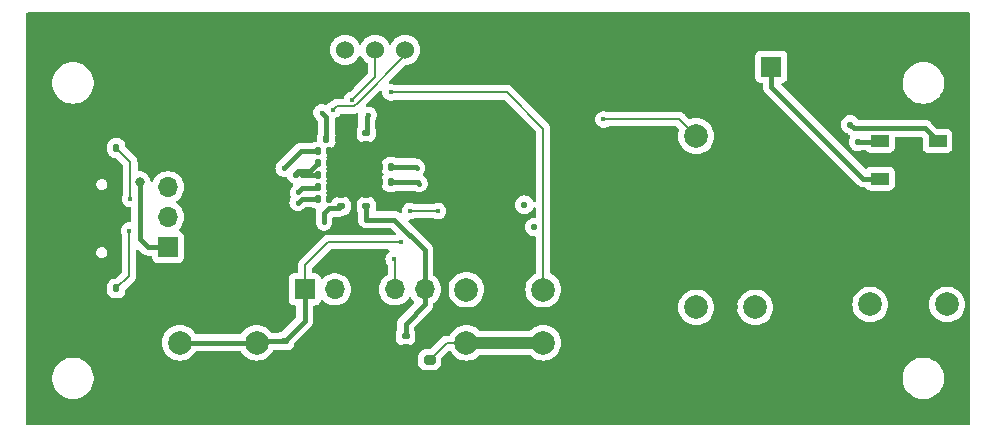
<source format=gtl>
G04 #@! TF.GenerationSoftware,KiCad,Pcbnew,7.0.1-0*
G04 #@! TF.CreationDate,2023-04-02T15:36:46-05:00*
G04 #@! TF.ProjectId,V0_Display,56305f44-6973-4706-9c61-792e6b696361,rev?*
G04 #@! TF.SameCoordinates,Original*
G04 #@! TF.FileFunction,Copper,L1,Top*
G04 #@! TF.FilePolarity,Positive*
%FSLAX46Y46*%
G04 Gerber Fmt 4.6, Leading zero omitted, Abs format (unit mm)*
G04 Created by KiCad (PCBNEW 7.0.1-0) date 2023-04-02 15:36:46*
%MOMM*%
%LPD*%
G01*
G04 APERTURE LIST*
G04 Aperture macros list*
%AMRoundRect*
0 Rectangle with rounded corners*
0 $1 Rounding radius*
0 $2 $3 $4 $5 $6 $7 $8 $9 X,Y pos of 4 corners*
0 Add a 4 corners polygon primitive as box body*
4,1,4,$2,$3,$4,$5,$6,$7,$8,$9,$2,$3,0*
0 Add four circle primitives for the rounded corners*
1,1,$1+$1,$2,$3*
1,1,$1+$1,$4,$5*
1,1,$1+$1,$6,$7*
1,1,$1+$1,$8,$9*
0 Add four rect primitives between the rounded corners*
20,1,$1+$1,$2,$3,$4,$5,0*
20,1,$1+$1,$4,$5,$6,$7,0*
20,1,$1+$1,$6,$7,$8,$9,0*
20,1,$1+$1,$8,$9,$2,$3,0*%
G04 Aperture macros list end*
G04 #@! TA.AperFunction,ComponentPad*
%ADD10C,0.600000*%
G04 #@! TD*
G04 #@! TA.AperFunction,SMDPad,CuDef*
%ADD11RoundRect,0.200000X0.275000X-0.200000X0.275000X0.200000X-0.275000X0.200000X-0.275000X-0.200000X0*%
G04 #@! TD*
G04 #@! TA.AperFunction,SMDPad,CuDef*
%ADD12R,1.500000X1.000000*%
G04 #@! TD*
G04 #@! TA.AperFunction,ComponentPad*
%ADD13C,2.000000*%
G04 #@! TD*
G04 #@! TA.AperFunction,ComponentPad*
%ADD14O,2.500000X4.000000*%
G04 #@! TD*
G04 #@! TA.AperFunction,ComponentPad*
%ADD15C,1.524000*%
G04 #@! TD*
G04 #@! TA.AperFunction,SMDPad,CuDef*
%ADD16RoundRect,0.140000X-0.140000X-0.170000X0.140000X-0.170000X0.140000X0.170000X-0.140000X0.170000X0*%
G04 #@! TD*
G04 #@! TA.AperFunction,SMDPad,CuDef*
%ADD17RoundRect,0.135000X-0.135000X-0.185000X0.135000X-0.185000X0.135000X0.185000X-0.135000X0.185000X0*%
G04 #@! TD*
G04 #@! TA.AperFunction,SMDPad,CuDef*
%ADD18RoundRect,0.140000X0.140000X0.170000X-0.140000X0.170000X-0.140000X-0.170000X0.140000X-0.170000X0*%
G04 #@! TD*
G04 #@! TA.AperFunction,SMDPad,CuDef*
%ADD19RoundRect,0.135000X0.135000X0.185000X-0.135000X0.185000X-0.135000X-0.185000X0.135000X-0.185000X0*%
G04 #@! TD*
G04 #@! TA.AperFunction,SMDPad,CuDef*
%ADD20RoundRect,0.140000X-0.170000X0.140000X-0.170000X-0.140000X0.170000X-0.140000X0.170000X0.140000X0*%
G04 #@! TD*
G04 #@! TA.AperFunction,SMDPad,CuDef*
%ADD21RoundRect,0.140000X0.170000X-0.140000X0.170000X0.140000X-0.170000X0.140000X-0.170000X-0.140000X0*%
G04 #@! TD*
G04 #@! TA.AperFunction,ComponentPad*
%ADD22R,1.700000X1.700000*%
G04 #@! TD*
G04 #@! TA.AperFunction,ComponentPad*
%ADD23O,1.700000X1.700000*%
G04 #@! TD*
G04 #@! TA.AperFunction,ComponentPad*
%ADD24O,2.100000X1.050000*%
G04 #@! TD*
G04 #@! TA.AperFunction,ComponentPad*
%ADD25O,2.000000X1.000000*%
G04 #@! TD*
G04 #@! TA.AperFunction,ViaPad*
%ADD26C,0.800000*%
G04 #@! TD*
G04 #@! TA.AperFunction,ViaPad*
%ADD27C,0.400000*%
G04 #@! TD*
G04 #@! TA.AperFunction,ViaPad*
%ADD28C,0.550000*%
G04 #@! TD*
G04 #@! TA.AperFunction,Conductor*
%ADD29C,0.200000*%
G04 #@! TD*
G04 #@! TA.AperFunction,Conductor*
%ADD30C,0.400000*%
G04 #@! TD*
G04 #@! TA.AperFunction,Conductor*
%ADD31C,1.000000*%
G04 #@! TD*
G04 APERTURE END LIST*
D10*
X111725000Y-61725000D03*
X113000000Y-61725000D03*
X114275000Y-61725000D03*
X111725000Y-63000000D03*
X113000000Y-63000000D03*
X114275000Y-63000000D03*
X111725000Y-64275000D03*
X113000000Y-64275000D03*
X114275000Y-64275000D03*
D11*
X119360000Y-79085000D03*
X119360000Y-77435000D03*
D12*
X157470000Y-60550000D03*
X157470000Y-63750000D03*
X162370000Y-63750000D03*
X162370000Y-60550000D03*
D13*
X156670000Y-69900000D03*
X163170000Y-69900000D03*
X156670000Y-74400000D03*
X163170000Y-74400000D03*
X141920000Y-74650000D03*
X146920000Y-74650000D03*
X144420000Y-74650000D03*
D14*
X139340000Y-67150000D03*
X149500000Y-67150000D03*
D13*
X141920000Y-60150000D03*
X146920000Y-60150000D03*
D15*
X109660000Y-52850000D03*
X112200000Y-52850000D03*
X114740000Y-52850000D03*
X117280000Y-52850000D03*
D16*
X109890000Y-62450000D03*
X110850000Y-62450000D03*
D17*
X91810000Y-73050000D03*
X92830000Y-73050000D03*
D18*
X116100000Y-62750000D03*
X115140000Y-62750000D03*
D16*
X109890000Y-63450000D03*
X110850000Y-63450000D03*
D19*
X92830000Y-61150000D03*
X91810000Y-61150000D03*
D20*
X107080000Y-77510000D03*
X107080000Y-78470000D03*
D21*
X114000000Y-66080000D03*
X114000000Y-65120000D03*
D16*
X109890000Y-61450000D03*
X110850000Y-61450000D03*
D20*
X117320000Y-77070000D03*
X117320000Y-78030000D03*
D16*
X109890000Y-64450000D03*
X110850000Y-64450000D03*
X109890000Y-65450000D03*
X110850000Y-65450000D03*
X110610000Y-60400000D03*
X111570000Y-60400000D03*
D20*
X114000000Y-59870000D03*
X114000000Y-60830000D03*
D18*
X116080000Y-64050000D03*
X115120000Y-64050000D03*
D21*
X111880000Y-66080000D03*
X111880000Y-65120000D03*
D22*
X108795000Y-73120000D03*
D23*
X111335000Y-73120000D03*
X113875000Y-73120000D03*
X116415000Y-73120000D03*
X118955000Y-73120000D03*
D13*
X128975000Y-73145000D03*
X122475000Y-73145000D03*
X128975000Y-77645000D03*
X122475000Y-77645000D03*
D22*
X148300000Y-54260000D03*
D23*
X145760000Y-54260000D03*
D22*
X97220000Y-69550000D03*
D23*
X97220000Y-67010000D03*
X97220000Y-64470000D03*
X97220000Y-61930000D03*
D13*
X104720000Y-73145000D03*
X98220000Y-73145000D03*
X104720000Y-77645000D03*
X98220000Y-77645000D03*
D24*
X92100000Y-71450000D03*
D25*
X87920000Y-71450000D03*
X87920000Y-62810000D03*
D24*
X92100000Y-62810000D03*
D26*
X99320000Y-62850000D03*
D27*
X124865000Y-60775000D03*
D26*
X104220000Y-64250000D03*
D27*
X123610000Y-64750000D03*
X104130000Y-58377500D03*
D28*
X155630000Y-60620000D03*
X128240000Y-67850000D03*
D26*
X94820000Y-64050000D03*
D27*
X111215000Y-57905000D03*
X112767676Y-57117676D03*
X116330000Y-70560000D03*
X117710000Y-66500000D03*
X120050000Y-66500000D03*
D28*
X127389999Y-65950000D03*
X154991233Y-59168767D03*
D27*
X134081800Y-58738200D03*
X116930000Y-69140000D03*
X114178886Y-58358886D03*
X110420000Y-67450000D03*
X108200000Y-65770000D03*
X110220000Y-58150000D03*
X118270000Y-62850000D03*
X114010000Y-67220000D03*
D28*
X108030000Y-63400000D03*
D27*
X116050000Y-56450000D03*
X94020000Y-65450000D03*
X93920000Y-68150000D03*
X108245000Y-64899500D03*
X118491043Y-64168957D03*
X107020000Y-62874500D03*
D29*
X119360000Y-79085000D02*
X120800000Y-77645000D01*
X120800000Y-77645000D02*
X122475000Y-77645000D01*
D30*
X104855000Y-77510000D02*
X107080000Y-77510000D01*
X108790000Y-75800000D02*
X108790000Y-73125000D01*
X107080000Y-77510000D02*
X108790000Y-75800000D01*
X104720000Y-77645000D02*
X104855000Y-77510000D01*
X108790000Y-73125000D02*
X108795000Y-73120000D01*
X110850000Y-62450000D02*
X111000000Y-62450000D01*
X111570000Y-61570000D02*
X111725000Y-61725000D01*
X111275000Y-63450000D02*
X111725000Y-63000000D01*
X110850000Y-63450000D02*
X111275000Y-63450000D01*
X91810000Y-71740000D02*
X92100000Y-71450000D01*
X114000000Y-60830000D02*
X114000000Y-61450000D01*
X110850000Y-64450000D02*
X111550000Y-64450000D01*
X115140000Y-62750000D02*
X114525000Y-62750000D01*
X114000000Y-64550000D02*
X114275000Y-64275000D01*
X115120000Y-64050000D02*
X114500000Y-64050000D01*
X110850000Y-61450000D02*
X111450000Y-61450000D01*
X114525000Y-62750000D02*
X114275000Y-63000000D01*
X110850000Y-65450000D02*
X110850000Y-65150000D01*
X111880000Y-65120000D02*
X111880000Y-64430000D01*
X111550000Y-64450000D02*
X111725000Y-64275000D01*
X111570000Y-60400000D02*
X111570000Y-61570000D01*
X110850000Y-65150000D02*
X111725000Y-64275000D01*
X111450000Y-61450000D02*
X111725000Y-61725000D01*
X111880000Y-64430000D02*
X111725000Y-64275000D01*
X114500000Y-64050000D02*
X114275000Y-64275000D01*
X111000000Y-62450000D02*
X111725000Y-61725000D01*
X114000000Y-61450000D02*
X114275000Y-61725000D01*
X114000000Y-65120000D02*
X114000000Y-64550000D01*
X157400000Y-60620000D02*
X157470000Y-60550000D01*
X155630000Y-60620000D02*
X157400000Y-60620000D01*
X95520000Y-69550000D02*
X97220000Y-69550000D01*
X94820000Y-64050000D02*
X94820000Y-68850000D01*
X94820000Y-68850000D02*
X95520000Y-69550000D01*
D29*
X117280000Y-53310000D02*
X117280000Y-52850000D01*
X112951752Y-57640000D02*
X113260000Y-57331752D01*
X113260000Y-57331752D02*
X113260000Y-57330000D01*
X111215000Y-57905000D02*
X111480000Y-57640000D01*
X113260000Y-57330000D02*
X117280000Y-53310000D01*
X111480000Y-57640000D02*
X112951752Y-57640000D01*
X112767676Y-57117676D02*
X114740000Y-55145352D01*
X114740000Y-55145352D02*
X114740000Y-52850000D01*
X116415000Y-70645000D02*
X116415000Y-73120000D01*
X116330000Y-70560000D02*
X116415000Y-70645000D01*
D30*
X157470000Y-63750000D02*
X156090000Y-63750000D01*
X148300000Y-55960000D02*
X148300000Y-54260000D01*
X156090000Y-63750000D02*
X148300000Y-55960000D01*
D29*
X120050000Y-66500000D02*
X117710000Y-66500000D01*
D30*
X154991233Y-59168767D02*
X155302466Y-59480000D01*
X161300000Y-59480000D02*
X162370000Y-60550000D01*
X155302466Y-59480000D02*
X161300000Y-59480000D01*
D29*
X134099477Y-58720523D02*
X140490523Y-58720523D01*
X140490523Y-58720523D02*
X141920000Y-60150000D01*
X134081800Y-58738200D02*
X134099477Y-58720523D01*
X116930000Y-69140000D02*
X110746809Y-69140000D01*
X108795000Y-71091809D02*
X108795000Y-73120000D01*
X110746809Y-69140000D02*
X108795000Y-71091809D01*
D30*
X98220000Y-77645000D02*
X104720000Y-77645000D01*
X114020000Y-58517772D02*
X114020000Y-59850000D01*
X114000000Y-67210000D02*
X114000000Y-66080000D01*
X110830000Y-66260000D02*
X111700000Y-66260000D01*
X110420000Y-67450000D02*
X110420000Y-66670000D01*
X118270000Y-62850000D02*
X118170000Y-62750000D01*
X118955000Y-73120000D02*
X118955000Y-69795000D01*
X108030000Y-63310000D02*
X108240000Y-63100000D01*
X111700000Y-66260000D02*
X111880000Y-66080000D01*
X118170000Y-62750000D02*
X116100000Y-62750000D01*
X108200000Y-65770000D02*
X108520000Y-65450000D01*
X110220000Y-58150000D02*
X110610000Y-58540000D01*
X116380000Y-67220000D02*
X114010000Y-67220000D01*
X108240000Y-63100000D02*
X109240000Y-63100000D01*
X117320000Y-77070000D02*
X117320000Y-76040000D01*
X108380000Y-63310000D02*
X108520000Y-63450000D01*
X110420000Y-66670000D02*
X110830000Y-66260000D01*
X114178886Y-58358886D02*
X114020000Y-58517772D01*
X108520000Y-63450000D02*
X109890000Y-63450000D01*
D29*
X114020000Y-59850000D02*
X114000000Y-59870000D01*
D30*
X109240000Y-63100000D02*
X109890000Y-62450000D01*
X118955000Y-74405000D02*
X118955000Y-73120000D01*
X117320000Y-76040000D02*
X118955000Y-74405000D01*
X108030000Y-63310000D02*
X108380000Y-63310000D01*
X110610000Y-58540000D02*
X110610000Y-60400000D01*
X108520000Y-65450000D02*
X109890000Y-65450000D01*
X118955000Y-69795000D02*
X116380000Y-67220000D01*
X114010000Y-67220000D02*
X114000000Y-67210000D01*
D29*
X125220000Y-56450000D02*
X116050000Y-56450000D01*
X128975000Y-73145000D02*
X128975000Y-59515000D01*
X125910000Y-56450000D02*
X125180000Y-56450000D01*
X128975000Y-59515000D02*
X125910000Y-56450000D01*
X94020000Y-65450000D02*
X94020000Y-62340000D01*
X94020000Y-62340000D02*
X92830000Y-61150000D01*
X93920000Y-71960000D02*
X92830000Y-73050000D01*
X93920000Y-68150000D02*
X93920000Y-71960000D01*
D31*
X128975000Y-77645000D02*
X122475000Y-77645000D01*
D30*
X108245000Y-64899500D02*
X108594500Y-64550000D01*
X108444500Y-61450000D02*
X109890000Y-61450000D01*
X118491043Y-64168957D02*
X118372086Y-64050000D01*
X107020000Y-62874500D02*
X108444500Y-61450000D01*
X118372086Y-64050000D02*
X116080000Y-64050000D01*
X108594500Y-64550000D02*
X109880000Y-64550000D01*
G04 #@! TA.AperFunction,Conductor*
G36*
X114620000Y-64650000D02*
G01*
X111320000Y-64650000D01*
X111320000Y-61350000D01*
X114620000Y-61350000D01*
X114620000Y-64650000D01*
G37*
G04 #@! TD.AperFunction*
G04 #@! TA.AperFunction,Conductor*
G36*
X165081500Y-49692381D02*
G01*
X165127619Y-49738500D01*
X165144500Y-49801500D01*
X165144500Y-84498500D01*
X165127619Y-84561500D01*
X165081500Y-84607619D01*
X165018500Y-84624500D01*
X85321500Y-84624500D01*
X85258500Y-84607619D01*
X85212381Y-84561500D01*
X85195500Y-84498500D01*
X85195500Y-80781182D01*
X87419500Y-80781182D01*
X87458604Y-81040615D01*
X87458605Y-81040618D01*
X87535936Y-81291323D01*
X87649772Y-81527704D01*
X87797563Y-81744474D01*
X87797565Y-81744476D01*
X87797567Y-81744479D01*
X87976019Y-81936805D01*
X88181143Y-82100386D01*
X88408357Y-82231568D01*
X88652584Y-82327420D01*
X88908370Y-82385802D01*
X89104506Y-82400500D01*
X89235489Y-82400500D01*
X89235494Y-82400500D01*
X89431630Y-82385802D01*
X89687416Y-82327420D01*
X89931643Y-82231568D01*
X90158857Y-82100386D01*
X90363981Y-81936805D01*
X90542433Y-81744479D01*
X90690228Y-81527704D01*
X90804063Y-81291323D01*
X90881396Y-81040615D01*
X90920500Y-80781182D01*
X159419500Y-80781182D01*
X159458604Y-81040615D01*
X159458605Y-81040618D01*
X159535936Y-81291323D01*
X159649772Y-81527704D01*
X159797563Y-81744474D01*
X159797565Y-81744476D01*
X159797567Y-81744479D01*
X159976019Y-81936805D01*
X160181143Y-82100386D01*
X160408357Y-82231568D01*
X160652584Y-82327420D01*
X160908370Y-82385802D01*
X161104506Y-82400500D01*
X161235489Y-82400500D01*
X161235494Y-82400500D01*
X161431630Y-82385802D01*
X161687416Y-82327420D01*
X161931643Y-82231568D01*
X162158857Y-82100386D01*
X162363981Y-81936805D01*
X162542433Y-81744479D01*
X162690228Y-81527704D01*
X162804063Y-81291323D01*
X162881396Y-81040615D01*
X162920500Y-80781182D01*
X162920500Y-80518818D01*
X162881396Y-80259385D01*
X162804063Y-80008677D01*
X162796754Y-79993500D01*
X162726114Y-79846814D01*
X162690228Y-79772296D01*
X162542433Y-79555521D01*
X162363981Y-79363195D01*
X162158857Y-79199614D01*
X161931643Y-79068432D01*
X161687417Y-78972580D01*
X161431631Y-78914198D01*
X161398940Y-78911748D01*
X161235494Y-78899500D01*
X161104506Y-78899500D01*
X160964408Y-78909998D01*
X160908368Y-78914198D01*
X160652582Y-78972580D01*
X160408356Y-79068432D01*
X160181146Y-79199612D01*
X160181143Y-79199614D01*
X159976019Y-79363195D01*
X159929206Y-79413648D01*
X159797563Y-79555525D01*
X159649772Y-79772295D01*
X159535936Y-80008676D01*
X159458605Y-80259381D01*
X159458604Y-80259385D01*
X159419500Y-80518818D01*
X159419500Y-80781182D01*
X90920500Y-80781182D01*
X90920500Y-80518818D01*
X90881396Y-80259385D01*
X90804063Y-80008677D01*
X90796754Y-79993500D01*
X90726114Y-79846814D01*
X90690228Y-79772296D01*
X90542433Y-79555521D01*
X90363981Y-79363195D01*
X90337734Y-79342264D01*
X118376500Y-79342264D01*
X118382986Y-79413648D01*
X118418222Y-79526726D01*
X118434173Y-79577913D01*
X118500313Y-79687322D01*
X118523185Y-79725157D01*
X118644842Y-79846814D01*
X118644844Y-79846815D01*
X118644845Y-79846816D01*
X118792087Y-79935827D01*
X118956351Y-79987013D01*
X119027735Y-79993500D01*
X119692264Y-79993499D01*
X119763649Y-79987013D01*
X119927913Y-79935827D01*
X120075155Y-79846816D01*
X120196816Y-79725155D01*
X120285827Y-79577913D01*
X120337013Y-79413649D01*
X120343500Y-79342265D01*
X120343499Y-79014238D01*
X120353090Y-78966021D01*
X120380401Y-78925146D01*
X120955545Y-78350003D01*
X121003357Y-78320055D01*
X121059448Y-78313974D01*
X121112569Y-78332981D01*
X121152070Y-78373266D01*
X121250823Y-78534415D01*
X121405030Y-78714969D01*
X121585584Y-78869176D01*
X121788033Y-78993238D01*
X121788035Y-78993238D01*
X121788037Y-78993240D01*
X122007406Y-79084105D01*
X122182857Y-79126227D01*
X122238288Y-79139535D01*
X122255558Y-79140894D01*
X122475000Y-79158165D01*
X122711711Y-79139535D01*
X122942594Y-79084105D01*
X123161963Y-78993240D01*
X123364416Y-78869176D01*
X123544969Y-78714969D01*
X123559744Y-78697668D01*
X123602806Y-78665074D01*
X123655556Y-78653500D01*
X127794444Y-78653500D01*
X127847194Y-78665074D01*
X127890254Y-78697668D01*
X127905032Y-78714970D01*
X128085584Y-78869176D01*
X128288033Y-78993238D01*
X128288035Y-78993238D01*
X128288037Y-78993240D01*
X128507406Y-79084105D01*
X128682857Y-79126227D01*
X128738288Y-79139535D01*
X128755558Y-79140894D01*
X128975000Y-79158165D01*
X129211711Y-79139535D01*
X129442594Y-79084105D01*
X129661963Y-78993240D01*
X129864416Y-78869176D01*
X130044969Y-78714969D01*
X130199176Y-78534416D01*
X130323240Y-78331963D01*
X130414105Y-78112594D01*
X130469535Y-77881711D01*
X130488165Y-77645000D01*
X130469535Y-77408289D01*
X130414105Y-77177406D01*
X130323240Y-76958037D01*
X130300197Y-76920435D01*
X130199176Y-76755584D01*
X130044969Y-76575030D01*
X129864415Y-76420823D01*
X129661966Y-76296761D01*
X129442594Y-76205895D01*
X129211711Y-76150464D01*
X128975000Y-76131835D01*
X128738288Y-76150464D01*
X128507405Y-76205895D01*
X128288033Y-76296761D01*
X128085584Y-76420823D01*
X127905032Y-76575029D01*
X127890254Y-76592332D01*
X127847194Y-76624926D01*
X127794444Y-76636500D01*
X123655556Y-76636500D01*
X123602806Y-76624926D01*
X123559746Y-76592332D01*
X123544967Y-76575029D01*
X123364415Y-76420823D01*
X123161966Y-76296761D01*
X122942594Y-76205895D01*
X122711711Y-76150464D01*
X122475000Y-76131835D01*
X122238288Y-76150464D01*
X122007405Y-76205895D01*
X121788033Y-76296761D01*
X121585584Y-76420823D01*
X121405030Y-76575030D01*
X121250823Y-76755584D01*
X121126760Y-76958035D01*
X121126478Y-76958717D01*
X121124843Y-76961163D01*
X121121578Y-76966492D01*
X121121368Y-76966363D01*
X121099165Y-76999595D01*
X121058287Y-77026909D01*
X121010069Y-77036500D01*
X120848144Y-77036500D01*
X120831698Y-77035422D01*
X120800000Y-77031249D01*
X120641151Y-77052161D01*
X120493121Y-77113476D01*
X120398696Y-77185932D01*
X120398476Y-77186102D01*
X120366011Y-77211014D01*
X120346545Y-77236381D01*
X120335681Y-77248768D01*
X119444854Y-78139595D01*
X119403977Y-78166909D01*
X119355759Y-78176500D01*
X119027735Y-78176500D01*
X118956351Y-78182986D01*
X118792087Y-78234173D01*
X118644842Y-78323185D01*
X118523185Y-78444842D01*
X118434173Y-78592087D01*
X118382986Y-78756351D01*
X118376500Y-78827735D01*
X118376500Y-79342264D01*
X90337734Y-79342264D01*
X90158857Y-79199614D01*
X89931643Y-79068432D01*
X89687417Y-78972580D01*
X89431631Y-78914198D01*
X89398940Y-78911748D01*
X89235494Y-78899500D01*
X89104506Y-78899500D01*
X88964408Y-78909998D01*
X88908368Y-78914198D01*
X88652582Y-78972580D01*
X88408356Y-79068432D01*
X88181146Y-79199612D01*
X88181143Y-79199614D01*
X87976019Y-79363195D01*
X87929206Y-79413648D01*
X87797563Y-79555525D01*
X87649772Y-79772295D01*
X87535936Y-80008676D01*
X87458605Y-80259381D01*
X87458604Y-80259385D01*
X87419500Y-80518818D01*
X87419500Y-80781182D01*
X85195500Y-80781182D01*
X85195500Y-77644999D01*
X96706835Y-77644999D01*
X96725464Y-77881711D01*
X96780895Y-78112594D01*
X96871761Y-78331966D01*
X96995823Y-78534415D01*
X97150030Y-78714969D01*
X97330584Y-78869176D01*
X97533033Y-78993238D01*
X97533035Y-78993238D01*
X97533037Y-78993240D01*
X97752406Y-79084105D01*
X97927857Y-79126227D01*
X97983288Y-79139535D01*
X98000558Y-79140894D01*
X98220000Y-79158165D01*
X98456711Y-79139535D01*
X98687594Y-79084105D01*
X98906963Y-78993240D01*
X99109416Y-78869176D01*
X99289969Y-78714969D01*
X99444176Y-78534416D01*
X99491941Y-78456470D01*
X99518173Y-78413665D01*
X99564039Y-78369565D01*
X99625605Y-78353500D01*
X103314395Y-78353500D01*
X103375961Y-78369565D01*
X103421827Y-78413665D01*
X103495823Y-78534415D01*
X103650030Y-78714969D01*
X103830584Y-78869176D01*
X104033033Y-78993238D01*
X104033035Y-78993238D01*
X104033037Y-78993240D01*
X104252406Y-79084105D01*
X104427857Y-79126227D01*
X104483288Y-79139535D01*
X104500558Y-79140894D01*
X104720000Y-79158165D01*
X104956711Y-79139535D01*
X105187594Y-79084105D01*
X105406963Y-78993240D01*
X105609416Y-78869176D01*
X105789969Y-78714969D01*
X105944176Y-78534416D01*
X106068240Y-78331963D01*
X106071876Y-78323185D01*
X106083021Y-78296281D01*
X106110334Y-78255404D01*
X106151211Y-78228091D01*
X106199429Y-78218500D01*
X106562849Y-78218500D01*
X106626987Y-78236046D01*
X106650403Y-78249894D01*
X106807746Y-78295606D01*
X106844516Y-78298500D01*
X107315479Y-78298500D01*
X107315484Y-78298500D01*
X107352254Y-78295606D01*
X107509597Y-78249894D01*
X107650629Y-78166488D01*
X107766488Y-78050629D01*
X107849894Y-77909597D01*
X107895606Y-77752254D01*
X107896733Y-77737927D01*
X107907919Y-77695064D01*
X107933247Y-77658722D01*
X109273157Y-76318811D01*
X109278683Y-76313610D01*
X109297923Y-76296565D01*
X109324215Y-76273273D01*
X109358791Y-76223179D01*
X109363247Y-76217125D01*
X109400775Y-76169226D01*
X109404960Y-76159925D01*
X109416162Y-76140065D01*
X109421954Y-76131675D01*
X109443524Y-76074795D01*
X109446433Y-76067775D01*
X109471387Y-76012331D01*
X109471386Y-76012331D01*
X109471388Y-76012329D01*
X109473225Y-76002302D01*
X109479347Y-75980339D01*
X109482965Y-75970801D01*
X109490297Y-75910415D01*
X109491436Y-75902925D01*
X109502401Y-75843093D01*
X109498729Y-75782401D01*
X109498500Y-75774794D01*
X109498500Y-74604500D01*
X109515381Y-74541500D01*
X109561500Y-74495381D01*
X109624500Y-74478500D01*
X109693638Y-74478500D01*
X109754201Y-74471989D01*
X109891204Y-74420889D01*
X110008261Y-74333261D01*
X110095889Y-74216204D01*
X110139999Y-74097941D01*
X110176530Y-74045903D01*
X110233821Y-74018327D01*
X110297282Y-74022237D01*
X110350753Y-74056636D01*
X110388780Y-74097943D01*
X110411762Y-74122908D01*
X110589421Y-74261187D01*
X110589424Y-74261189D01*
X110787426Y-74368342D01*
X111000365Y-74441444D01*
X111222431Y-74478500D01*
X111447566Y-74478500D01*
X111447569Y-74478500D01*
X111669635Y-74441444D01*
X111882574Y-74368342D01*
X112080576Y-74261189D01*
X112258240Y-74122906D01*
X112410722Y-73957268D01*
X112533860Y-73768791D01*
X112624296Y-73562616D01*
X112679564Y-73344368D01*
X112698156Y-73120000D01*
X112679564Y-72895632D01*
X112624296Y-72677384D01*
X112533860Y-72471209D01*
X112410722Y-72282732D01*
X112258240Y-72117094D01*
X112258239Y-72117093D01*
X112258237Y-72117091D01*
X112080578Y-71978812D01*
X111882573Y-71871657D01*
X111729510Y-71819111D01*
X111669635Y-71798556D01*
X111447569Y-71761500D01*
X111222431Y-71761500D01*
X111000365Y-71798556D01*
X111000362Y-71798556D01*
X111000362Y-71798557D01*
X110787426Y-71871657D01*
X110589421Y-71978812D01*
X110411758Y-72117094D01*
X110350754Y-72183362D01*
X110297282Y-72217762D01*
X110233820Y-72221672D01*
X110176530Y-72194096D01*
X110139998Y-72142056D01*
X110130688Y-72117094D01*
X110095889Y-72023796D01*
X110095888Y-72023794D01*
X110008261Y-71906738D01*
X109891205Y-71819111D01*
X109816823Y-71791368D01*
X109754201Y-71768011D01*
X109693638Y-71761500D01*
X109529500Y-71761500D01*
X109466500Y-71744619D01*
X109420381Y-71698500D01*
X109403500Y-71635500D01*
X109403500Y-71396048D01*
X109413091Y-71347830D01*
X109440405Y-71306953D01*
X110961953Y-69785405D01*
X111002830Y-69758091D01*
X111051048Y-69748500D01*
X115845330Y-69748500D01*
X115903885Y-69762933D01*
X115949026Y-69802924D01*
X115970411Y-69859312D01*
X115963142Y-69919180D01*
X115928883Y-69968812D01*
X115795787Y-70086723D01*
X115698044Y-70228327D01*
X115637034Y-70389199D01*
X115616296Y-70560000D01*
X115637034Y-70730800D01*
X115698044Y-70891672D01*
X115698045Y-70891674D01*
X115698046Y-70891675D01*
X115784198Y-71016487D01*
X115800795Y-71050573D01*
X115806500Y-71088059D01*
X115806500Y-71829549D01*
X115788741Y-71894046D01*
X115740470Y-71940362D01*
X115669423Y-71978811D01*
X115491762Y-72117091D01*
X115339278Y-72282731D01*
X115216139Y-72471209D01*
X115125702Y-72677388D01*
X115070437Y-72895627D01*
X115070436Y-72895632D01*
X115051844Y-73120000D01*
X115070436Y-73344368D01*
X115070436Y-73344371D01*
X115070437Y-73344372D01*
X115125702Y-73562611D01*
X115125703Y-73562614D01*
X115125704Y-73562616D01*
X115133343Y-73580031D01*
X115216139Y-73768790D01*
X115257412Y-73831963D01*
X115339278Y-73957268D01*
X115451525Y-74079200D01*
X115491762Y-74122908D01*
X115669421Y-74261187D01*
X115669424Y-74261189D01*
X115867426Y-74368342D01*
X116080365Y-74441444D01*
X116302431Y-74478500D01*
X116527566Y-74478500D01*
X116527569Y-74478500D01*
X116749635Y-74441444D01*
X116962574Y-74368342D01*
X117160576Y-74261189D01*
X117338240Y-74122906D01*
X117490722Y-73957268D01*
X117579518Y-73821354D01*
X117625030Y-73779457D01*
X117685000Y-73764271D01*
X117744970Y-73779457D01*
X117790481Y-73821354D01*
X117879278Y-73957268D01*
X118008780Y-74097943D01*
X118031760Y-74122906D01*
X118033519Y-74124275D01*
X118035361Y-74126817D01*
X118038831Y-74130587D01*
X118038387Y-74130995D01*
X118074727Y-74181156D01*
X118079081Y-74251261D01*
X118045225Y-74312803D01*
X116836856Y-75521172D01*
X116831317Y-75526388D01*
X116785782Y-75566729D01*
X116751238Y-75616773D01*
X116746731Y-75622898D01*
X116709224Y-75670774D01*
X116705036Y-75680078D01*
X116693843Y-75699923D01*
X116688048Y-75708319D01*
X116666482Y-75765183D01*
X116663570Y-75772211D01*
X116638611Y-75827668D01*
X116636771Y-75837710D01*
X116630651Y-75859662D01*
X116627035Y-75869197D01*
X116619705Y-75929554D01*
X116618561Y-75937071D01*
X116607597Y-75996906D01*
X116611270Y-76057610D01*
X116611500Y-76065218D01*
X116611500Y-76532121D01*
X116593954Y-76596259D01*
X116550106Y-76670402D01*
X116504394Y-76827743D01*
X116501500Y-76864521D01*
X116501500Y-77275479D01*
X116504394Y-77312256D01*
X116550105Y-77469595D01*
X116633514Y-77610632D01*
X116749367Y-77726485D01*
X116749369Y-77726486D01*
X116749371Y-77726488D01*
X116890403Y-77809894D01*
X117047746Y-77855606D01*
X117084516Y-77858500D01*
X117555479Y-77858500D01*
X117555484Y-77858500D01*
X117592254Y-77855606D01*
X117749597Y-77809894D01*
X117890629Y-77726488D01*
X118006488Y-77610629D01*
X118089894Y-77469597D01*
X118135606Y-77312254D01*
X118138500Y-77275484D01*
X118138500Y-76864516D01*
X118135606Y-76827746D01*
X118089894Y-76670403D01*
X118046046Y-76596259D01*
X118028500Y-76532121D01*
X118028500Y-76385660D01*
X118038091Y-76337442D01*
X118065402Y-76296567D01*
X119438173Y-74923795D01*
X119443683Y-74918610D01*
X119479690Y-74886711D01*
X119489215Y-74878273D01*
X119523791Y-74828179D01*
X119528247Y-74822125D01*
X119565775Y-74774226D01*
X119569960Y-74764925D01*
X119581162Y-74745065D01*
X119586954Y-74736675D01*
X119608524Y-74679795D01*
X119611433Y-74672775D01*
X119618009Y-74658164D01*
X119636388Y-74617329D01*
X119638225Y-74607302D01*
X119644347Y-74585339D01*
X119647965Y-74575801D01*
X119655297Y-74515415D01*
X119656436Y-74507925D01*
X119667401Y-74448093D01*
X119663729Y-74387401D01*
X119663500Y-74379794D01*
X119663500Y-74351644D01*
X119676303Y-74296306D01*
X119712109Y-74252213D01*
X119818416Y-74169469D01*
X119878240Y-74122906D01*
X120030722Y-73957268D01*
X120153860Y-73768791D01*
X120244296Y-73562616D01*
X120299564Y-73344368D01*
X120316084Y-73145000D01*
X120961835Y-73145000D01*
X120980464Y-73381711D01*
X121035895Y-73612594D01*
X121126761Y-73831966D01*
X121250823Y-74034415D01*
X121405030Y-74214969D01*
X121585584Y-74369176D01*
X121788033Y-74493238D01*
X121788035Y-74493238D01*
X121788037Y-74493240D01*
X122007406Y-74584105D01*
X122145803Y-74617331D01*
X122238288Y-74639535D01*
X122255558Y-74640894D01*
X122475000Y-74658165D01*
X122711711Y-74639535D01*
X122942594Y-74584105D01*
X123161963Y-74493240D01*
X123364416Y-74369176D01*
X123544969Y-74214969D01*
X123699176Y-74034416D01*
X123823240Y-73831963D01*
X123914105Y-73612594D01*
X123969535Y-73381711D01*
X123988165Y-73145000D01*
X123969535Y-72908289D01*
X123966496Y-72895632D01*
X123934782Y-72763532D01*
X123914105Y-72677406D01*
X123823240Y-72458037D01*
X123799099Y-72418643D01*
X123699176Y-72255584D01*
X123544969Y-72075030D01*
X123364415Y-71920823D01*
X123161966Y-71796761D01*
X122942594Y-71705895D01*
X122711711Y-71650464D01*
X122475000Y-71631835D01*
X122238288Y-71650464D01*
X122007405Y-71705895D01*
X121788033Y-71796761D01*
X121585584Y-71920823D01*
X121405030Y-72075030D01*
X121250823Y-72255584D01*
X121126761Y-72458033D01*
X121035895Y-72677405D01*
X120980464Y-72908288D01*
X120961835Y-73145000D01*
X120316084Y-73145000D01*
X120318156Y-73120000D01*
X120299564Y-72895632D01*
X120244296Y-72677384D01*
X120153860Y-72471209D01*
X120030722Y-72282732D01*
X119878240Y-72117094D01*
X119878239Y-72117093D01*
X119878237Y-72117091D01*
X119712109Y-71987787D01*
X119676303Y-71943694D01*
X119663500Y-71888356D01*
X119663500Y-69820223D01*
X119663730Y-69812615D01*
X119667402Y-69751908D01*
X119666777Y-69748500D01*
X119656435Y-69692064D01*
X119655293Y-69684555D01*
X119647965Y-69624200D01*
X119644350Y-69614667D01*
X119638227Y-69592702D01*
X119636389Y-69582671D01*
X119611418Y-69527189D01*
X119608524Y-69520203D01*
X119586954Y-69463325D01*
X119586952Y-69463323D01*
X119586952Y-69463321D01*
X119581161Y-69454931D01*
X119569957Y-69435067D01*
X119565775Y-69425774D01*
X119528260Y-69377891D01*
X119523766Y-69371783D01*
X119489215Y-69321727D01*
X119443682Y-69281388D01*
X119438141Y-69276171D01*
X117585565Y-67423595D01*
X117554827Y-67373436D01*
X117550211Y-67314789D01*
X117572724Y-67260439D01*
X117617457Y-67222233D01*
X117674660Y-67208500D01*
X117796026Y-67208500D01*
X117796028Y-67208500D01*
X117963083Y-67167325D01*
X118047665Y-67122932D01*
X118106219Y-67108500D01*
X119653781Y-67108500D01*
X119712334Y-67122932D01*
X119796917Y-67167325D01*
X119963972Y-67208500D01*
X120136026Y-67208500D01*
X120136028Y-67208500D01*
X120303083Y-67167325D01*
X120455430Y-67087367D01*
X120584215Y-66973273D01*
X120681954Y-66831675D01*
X120742965Y-66670801D01*
X120763704Y-66500000D01*
X120742965Y-66329199D01*
X120710377Y-66243271D01*
X120681955Y-66168327D01*
X120681792Y-66168091D01*
X120584215Y-66026727D01*
X120455430Y-65912633D01*
X120303083Y-65832675D01*
X120136028Y-65791500D01*
X119963972Y-65791500D01*
X119796917Y-65832675D01*
X119712334Y-65877067D01*
X119653781Y-65891500D01*
X118106219Y-65891500D01*
X118047665Y-65877067D01*
X117963083Y-65832675D01*
X117796028Y-65791500D01*
X117623972Y-65791500D01*
X117456917Y-65832675D01*
X117456916Y-65832675D01*
X117456914Y-65832676D01*
X117304571Y-65912632D01*
X117175786Y-66026726D01*
X117078044Y-66168327D01*
X117017034Y-66329199D01*
X116996393Y-66499199D01*
X116996296Y-66500000D01*
X116997692Y-66511500D01*
X117000256Y-66532615D01*
X116994024Y-66589642D01*
X116963155Y-66637996D01*
X116914049Y-66667653D01*
X116856884Y-66672465D01*
X116803511Y-66651436D01*
X116803135Y-66651176D01*
X116797092Y-66646725D01*
X116749224Y-66609223D01*
X116739922Y-66605036D01*
X116720068Y-66593839D01*
X116713987Y-66589642D01*
X116711675Y-66588046D01*
X116711673Y-66588045D01*
X116654822Y-66566483D01*
X116647794Y-66563572D01*
X116592329Y-66538610D01*
X116582289Y-66536770D01*
X116560332Y-66530649D01*
X116550801Y-66527035D01*
X116490432Y-66519704D01*
X116482914Y-66518559D01*
X116475153Y-66517137D01*
X116423093Y-66507597D01*
X116362390Y-66511270D01*
X116354782Y-66511500D01*
X114928442Y-66511500D01*
X114872123Y-66498213D01*
X114827682Y-66461153D01*
X114804492Y-66408138D01*
X114807445Y-66350348D01*
X114815605Y-66322258D01*
X114815605Y-66322256D01*
X114815606Y-66322254D01*
X114818500Y-66285484D01*
X114818500Y-65874516D01*
X114815606Y-65837746D01*
X114769894Y-65680403D01*
X114686488Y-65539371D01*
X114686486Y-65539369D01*
X114686485Y-65539367D01*
X114570632Y-65423514D01*
X114568802Y-65422432D01*
X114429597Y-65340106D01*
X114429596Y-65340105D01*
X114429595Y-65340105D01*
X114272256Y-65294394D01*
X114261748Y-65293567D01*
X114235484Y-65291500D01*
X113764516Y-65291500D01*
X113741534Y-65293308D01*
X113727743Y-65294394D01*
X113570404Y-65340105D01*
X113429367Y-65423514D01*
X113313514Y-65539367D01*
X113230105Y-65680404D01*
X113184394Y-65837743D01*
X113184394Y-65837746D01*
X113181500Y-65874516D01*
X113181500Y-66285484D01*
X113182744Y-66301291D01*
X113184394Y-66322256D01*
X113230106Y-66479597D01*
X113273954Y-66553741D01*
X113291500Y-66617879D01*
X113291500Y-67184782D01*
X113291270Y-67192390D01*
X113287597Y-67253093D01*
X113298559Y-67312910D01*
X113299704Y-67320432D01*
X113307035Y-67380801D01*
X113310649Y-67390332D01*
X113316770Y-67412289D01*
X113318610Y-67422329D01*
X113343572Y-67477794D01*
X113346483Y-67484822D01*
X113368045Y-67541673D01*
X113373839Y-67550068D01*
X113385036Y-67569922D01*
X113389222Y-67579222D01*
X113409905Y-67605621D01*
X113422288Y-67624773D01*
X113422633Y-67625431D01*
X113432183Y-67636211D01*
X113441563Y-67648183D01*
X113461266Y-67676727D01*
X113467812Y-67686209D01*
X113475783Y-67693270D01*
X113475785Y-67693273D01*
X113502402Y-67716853D01*
X113513145Y-67727596D01*
X113536727Y-67754215D01*
X113565985Y-67774410D01*
X113577959Y-67783792D01*
X113597451Y-67801060D01*
X113604570Y-67807367D01*
X113613596Y-67812104D01*
X113632745Y-67824484D01*
X113640774Y-67830775D01*
X113650071Y-67834959D01*
X113669931Y-67846161D01*
X113678320Y-67851951D01*
X113678321Y-67851951D01*
X113678325Y-67851954D01*
X113711579Y-67864565D01*
X113725443Y-67870806D01*
X113756917Y-67887325D01*
X113766812Y-67889764D01*
X113788369Y-67897202D01*
X113797671Y-67901389D01*
X113807702Y-67903227D01*
X113829669Y-67909351D01*
X113839199Y-67912965D01*
X113874497Y-67917250D01*
X113889450Y-67919990D01*
X113923972Y-67928500D01*
X113934165Y-67928500D01*
X113956876Y-67930563D01*
X113966907Y-67932402D01*
X113966907Y-67932401D01*
X113966908Y-67932402D01*
X114027610Y-67928730D01*
X114035218Y-67928500D01*
X114096028Y-67928500D01*
X116034340Y-67928500D01*
X116082558Y-67938091D01*
X116123435Y-67965405D01*
X116474435Y-68316405D01*
X116505173Y-68366564D01*
X116509789Y-68425211D01*
X116487276Y-68479561D01*
X116442543Y-68517767D01*
X116385340Y-68531500D01*
X110794945Y-68531500D01*
X110778501Y-68530422D01*
X110746809Y-68526250D01*
X110715116Y-68530422D01*
X110715103Y-68530423D01*
X110607392Y-68544602D01*
X110607371Y-68544605D01*
X110607352Y-68544608D01*
X110593064Y-68546489D01*
X110587956Y-68547162D01*
X110439930Y-68608476D01*
X110345505Y-68680932D01*
X110345285Y-68681102D01*
X110312820Y-68706014D01*
X110293354Y-68731381D01*
X110282490Y-68743768D01*
X108398767Y-70627491D01*
X108386380Y-70638356D01*
X108361012Y-70657822D01*
X108333973Y-70693060D01*
X108333950Y-70693088D01*
X108263476Y-70784930D01*
X108236156Y-70850889D01*
X108236156Y-70850890D01*
X108202161Y-70932960D01*
X108185422Y-71060112D01*
X108185422Y-71060119D01*
X108181250Y-71091809D01*
X108185422Y-71123499D01*
X108186500Y-71139945D01*
X108186500Y-71635500D01*
X108169619Y-71698500D01*
X108123500Y-71744619D01*
X108060500Y-71761500D01*
X107896362Y-71761500D01*
X107835799Y-71768011D01*
X107698794Y-71819111D01*
X107581738Y-71906738D01*
X107494111Y-72023794D01*
X107458657Y-72118851D01*
X107443011Y-72160799D01*
X107436500Y-72221362D01*
X107436500Y-74018638D01*
X107443011Y-74079201D01*
X107459312Y-74122906D01*
X107494111Y-74216205D01*
X107581738Y-74333261D01*
X107698794Y-74420888D01*
X107698795Y-74420888D01*
X107698796Y-74420889D01*
X107835799Y-74471989D01*
X107896362Y-74478500D01*
X107955500Y-74478500D01*
X108018500Y-74495381D01*
X108064619Y-74541500D01*
X108081500Y-74604500D01*
X108081500Y-75454340D01*
X108071909Y-75502558D01*
X108044595Y-75543435D01*
X106901280Y-76686749D01*
X106864938Y-76712079D01*
X106822074Y-76723265D01*
X106807749Y-76724392D01*
X106650402Y-76770106D01*
X106626987Y-76783954D01*
X106562849Y-76801500D01*
X106041478Y-76801500D01*
X105988727Y-76789926D01*
X105945667Y-76757330D01*
X105789969Y-76575030D01*
X105609415Y-76420823D01*
X105406966Y-76296761D01*
X105187594Y-76205895D01*
X104956711Y-76150464D01*
X104737269Y-76133194D01*
X104720000Y-76131835D01*
X104719999Y-76131835D01*
X104483288Y-76150464D01*
X104252405Y-76205895D01*
X104033033Y-76296761D01*
X103830584Y-76420823D01*
X103650030Y-76575030D01*
X103495823Y-76755584D01*
X103421827Y-76876335D01*
X103375961Y-76920435D01*
X103314395Y-76936500D01*
X99625605Y-76936500D01*
X99564039Y-76920435D01*
X99518173Y-76876335D01*
X99444176Y-76755584D01*
X99289969Y-76575030D01*
X99109415Y-76420823D01*
X98906966Y-76296761D01*
X98687594Y-76205895D01*
X98456711Y-76150464D01*
X98237269Y-76133194D01*
X98220000Y-76131835D01*
X98219999Y-76131835D01*
X97983288Y-76150464D01*
X97752405Y-76205895D01*
X97533033Y-76296761D01*
X97330584Y-76420823D01*
X97150030Y-76575030D01*
X96995823Y-76755584D01*
X96871761Y-76958033D01*
X96780895Y-77177405D01*
X96725464Y-77408288D01*
X96706835Y-77644999D01*
X85195500Y-77644999D01*
X85195500Y-73299985D01*
X92051500Y-73299985D01*
X92054371Y-73336466D01*
X92080331Y-73425823D01*
X92099731Y-73492596D01*
X92170697Y-73612594D01*
X92182496Y-73632544D01*
X92297455Y-73747503D01*
X92297457Y-73747504D01*
X92297459Y-73747506D01*
X92437404Y-73830269D01*
X92593534Y-73875629D01*
X92630011Y-73878500D01*
X93029988Y-73878499D01*
X93066466Y-73875629D01*
X93222596Y-73830269D01*
X93362541Y-73747506D01*
X93477506Y-73632541D01*
X93560269Y-73492596D01*
X93605629Y-73336466D01*
X93608500Y-73299989D01*
X93608499Y-73184237D01*
X93618090Y-73136020D01*
X93645401Y-73095146D01*
X94316235Y-72424312D01*
X94328619Y-72413452D01*
X94328788Y-72413322D01*
X94353987Y-72393987D01*
X94367948Y-72375791D01*
X94367952Y-72375788D01*
X94385827Y-72352494D01*
X94409610Y-72321498D01*
X94451523Y-72266878D01*
X94470319Y-72221500D01*
X94512838Y-72118851D01*
X94525352Y-72023796D01*
X94528500Y-71999885D01*
X94529578Y-71991697D01*
X94529578Y-71991690D01*
X94531273Y-71978812D01*
X94533750Y-71960000D01*
X94529577Y-71928307D01*
X94528500Y-71911864D01*
X94528500Y-69864661D01*
X94542233Y-69807458D01*
X94580439Y-69762725D01*
X94634789Y-69740212D01*
X94693436Y-69744828D01*
X94743594Y-69775565D01*
X94887209Y-69919180D01*
X95001188Y-70033159D01*
X95006404Y-70038700D01*
X95046727Y-70084215D01*
X95096793Y-70118773D01*
X95102895Y-70123263D01*
X95150774Y-70160774D01*
X95154725Y-70162552D01*
X95160067Y-70164957D01*
X95179928Y-70176159D01*
X95188322Y-70181953D01*
X95245193Y-70203521D01*
X95252213Y-70206428D01*
X95307670Y-70231388D01*
X95317699Y-70233225D01*
X95339664Y-70239349D01*
X95349199Y-70242965D01*
X95381374Y-70246871D01*
X95409579Y-70250296D01*
X95417081Y-70251437D01*
X95476907Y-70262401D01*
X95476907Y-70262400D01*
X95476908Y-70262401D01*
X95537598Y-70258730D01*
X95545206Y-70258500D01*
X95735500Y-70258500D01*
X95798500Y-70275381D01*
X95844619Y-70321500D01*
X95861500Y-70384500D01*
X95861500Y-70448638D01*
X95868011Y-70509200D01*
X95919111Y-70646205D01*
X96006738Y-70763261D01*
X96123794Y-70850888D01*
X96123795Y-70850888D01*
X96123796Y-70850889D01*
X96260799Y-70901989D01*
X96321362Y-70908500D01*
X98118638Y-70908500D01*
X98179201Y-70901989D01*
X98316204Y-70850889D01*
X98433261Y-70763261D01*
X98520889Y-70646204D01*
X98571989Y-70509201D01*
X98578500Y-70448638D01*
X98578500Y-68651362D01*
X98571989Y-68590799D01*
X98520889Y-68453796D01*
X98520888Y-68453794D01*
X98433261Y-68336738D01*
X98316205Y-68249111D01*
X98254670Y-68226159D01*
X98201191Y-68206213D01*
X98150858Y-68171650D01*
X98122684Y-68117480D01*
X98123287Y-68056424D01*
X98152522Y-68002822D01*
X98295722Y-67847268D01*
X98418860Y-67658791D01*
X98509296Y-67452616D01*
X98564564Y-67234368D01*
X98583156Y-67010000D01*
X98564564Y-66785632D01*
X98509296Y-66567384D01*
X98418860Y-66361209D01*
X98295722Y-66172732D01*
X98143240Y-66007094D01*
X98143239Y-66007093D01*
X98143237Y-66007091D01*
X97965578Y-65868812D01*
X97932317Y-65850812D01*
X97884046Y-65804495D01*
X97866288Y-65739997D01*
X97884049Y-65675499D01*
X97932317Y-65629187D01*
X97965576Y-65611189D01*
X98143240Y-65472906D01*
X98295722Y-65307268D01*
X98418860Y-65118791D01*
X98509296Y-64912616D01*
X98564564Y-64694368D01*
X98583156Y-64470000D01*
X98564564Y-64245632D01*
X98509296Y-64027384D01*
X98418860Y-63821209D01*
X98295722Y-63632732D01*
X98143240Y-63467094D01*
X98143239Y-63467093D01*
X98143237Y-63467091D01*
X97965578Y-63328812D01*
X97767573Y-63221657D01*
X97623339Y-63172142D01*
X97554635Y-63148556D01*
X97332569Y-63111500D01*
X97107431Y-63111500D01*
X96885365Y-63148556D01*
X96885362Y-63148556D01*
X96885362Y-63148557D01*
X96672426Y-63221657D01*
X96474421Y-63328812D01*
X96296762Y-63467091D01*
X96144278Y-63632731D01*
X96021139Y-63821209D01*
X95960701Y-63958997D01*
X95919823Y-64009992D01*
X95858898Y-64033650D01*
X95794318Y-64023603D01*
X95743458Y-63982557D01*
X95720004Y-63921557D01*
X95713542Y-63860072D01*
X95675210Y-63742098D01*
X95654527Y-63678443D01*
X95559041Y-63513057D01*
X95450194Y-63392170D01*
X95431253Y-63371134D01*
X95424361Y-63366127D01*
X95319794Y-63290154D01*
X95276752Y-63258882D01*
X95102288Y-63181206D01*
X94915487Y-63141500D01*
X94754500Y-63141500D01*
X94691500Y-63124619D01*
X94645381Y-63078500D01*
X94628500Y-63015500D01*
X94628500Y-62874499D01*
X106306295Y-62874499D01*
X106313625Y-62934867D01*
X106314314Y-62942444D01*
X106317987Y-63003149D01*
X106321020Y-63012883D01*
X106325805Y-63035170D01*
X106327035Y-63045301D01*
X106348599Y-63102162D01*
X106351081Y-63109354D01*
X106369173Y-63167413D01*
X106374449Y-63176142D01*
X106384427Y-63196633D01*
X106386221Y-63201362D01*
X106388047Y-63206177D01*
X106422595Y-63256228D01*
X106426727Y-63262619D01*
X106458182Y-63314652D01*
X106458183Y-63314653D01*
X106458184Y-63314654D01*
X106465394Y-63321864D01*
X106479992Y-63339381D01*
X106485783Y-63347771D01*
X106531316Y-63388110D01*
X106536840Y-63393310D01*
X106579846Y-63436316D01*
X106588572Y-63441590D01*
X106606933Y-63455101D01*
X106614570Y-63461867D01*
X106614572Y-63461868D01*
X106668424Y-63490132D01*
X106675030Y-63493857D01*
X106727087Y-63525327D01*
X106727089Y-63525327D01*
X106727090Y-63525328D01*
X106736819Y-63528360D01*
X106757884Y-63537085D01*
X106766916Y-63541825D01*
X106782055Y-63545556D01*
X106825972Y-63556380D01*
X106833284Y-63558418D01*
X106891351Y-63576513D01*
X106901527Y-63577128D01*
X106924074Y-63580560D01*
X106933972Y-63583000D01*
X106994782Y-63583000D01*
X107002390Y-63583230D01*
X107063091Y-63586902D01*
X107063091Y-63586901D01*
X107063093Y-63586902D01*
X107073123Y-63585063D01*
X107095835Y-63583000D01*
X107106027Y-63583000D01*
X107106028Y-63583000D01*
X107140172Y-63574584D01*
X107201531Y-63574848D01*
X107255493Y-63604065D01*
X107289254Y-63655307D01*
X107319623Y-63742098D01*
X107413560Y-63891598D01*
X107538401Y-64016439D01*
X107538403Y-64016440D01*
X107538404Y-64016441D01*
X107687901Y-64110376D01*
X107753645Y-64133381D01*
X107805980Y-64168349D01*
X107834870Y-64224271D01*
X107833105Y-64287190D01*
X107801124Y-64341404D01*
X107761856Y-64380672D01*
X107756317Y-64385888D01*
X107710782Y-64426229D01*
X107676238Y-64476273D01*
X107671731Y-64482398D01*
X107634224Y-64530274D01*
X107630036Y-64539578D01*
X107618843Y-64559423D01*
X107613048Y-64567819D01*
X107591482Y-64624683D01*
X107588570Y-64631711D01*
X107563611Y-64687168D01*
X107561771Y-64697210D01*
X107555651Y-64719162D01*
X107552035Y-64728697D01*
X107544705Y-64789054D01*
X107543561Y-64796570D01*
X107532597Y-64856408D01*
X107533213Y-64866588D01*
X107532525Y-64889368D01*
X107531295Y-64899499D01*
X107538625Y-64959867D01*
X107539314Y-64967444D01*
X107542987Y-65028149D01*
X107546020Y-65037883D01*
X107550805Y-65060170D01*
X107552035Y-65070301D01*
X107573599Y-65127162D01*
X107576081Y-65134354D01*
X107594173Y-65192413D01*
X107599449Y-65201142D01*
X107609427Y-65221633D01*
X107613046Y-65231175D01*
X107613047Y-65231177D01*
X107618472Y-65245481D01*
X107618354Y-65245525D01*
X107631696Y-65277737D01*
X107630099Y-65330601D01*
X107606947Y-65378153D01*
X107589222Y-65400776D01*
X107585036Y-65410078D01*
X107573843Y-65429923D01*
X107568048Y-65438319D01*
X107546482Y-65495183D01*
X107543570Y-65502211D01*
X107518611Y-65557668D01*
X107516771Y-65567710D01*
X107510651Y-65589662D01*
X107507035Y-65599197D01*
X107499705Y-65659554D01*
X107498561Y-65667070D01*
X107487597Y-65726908D01*
X107488213Y-65737088D01*
X107487525Y-65759868D01*
X107486295Y-65769999D01*
X107493625Y-65830367D01*
X107494314Y-65837944D01*
X107497987Y-65898649D01*
X107501020Y-65908383D01*
X107505805Y-65930670D01*
X107507035Y-65940801D01*
X107528599Y-65997662D01*
X107531081Y-66004854D01*
X107531779Y-66007094D01*
X107549173Y-66062913D01*
X107554449Y-66071642D01*
X107564427Y-66092133D01*
X107568046Y-66101675D01*
X107568047Y-66101677D01*
X107602595Y-66151728D01*
X107606727Y-66158119D01*
X107638182Y-66210152D01*
X107638183Y-66210153D01*
X107638184Y-66210154D01*
X107645394Y-66217364D01*
X107659992Y-66234881D01*
X107665783Y-66243271D01*
X107665784Y-66243272D01*
X107665785Y-66243273D01*
X107697424Y-66271303D01*
X107711316Y-66283610D01*
X107716840Y-66288810D01*
X107759846Y-66331816D01*
X107768572Y-66337090D01*
X107786933Y-66350601D01*
X107794570Y-66357367D01*
X107794572Y-66357368D01*
X107848424Y-66385632D01*
X107855030Y-66389357D01*
X107907087Y-66420827D01*
X107907089Y-66420827D01*
X107907090Y-66420828D01*
X107916819Y-66423860D01*
X107937884Y-66432585D01*
X107946916Y-66437325D01*
X107964147Y-66441571D01*
X108005972Y-66451880D01*
X108013284Y-66453918D01*
X108071351Y-66472013D01*
X108081527Y-66472628D01*
X108104074Y-66476060D01*
X108113972Y-66478500D01*
X108174782Y-66478500D01*
X108182390Y-66478730D01*
X108243091Y-66482402D01*
X108243091Y-66482401D01*
X108243093Y-66482402D01*
X108253123Y-66480563D01*
X108275835Y-66478500D01*
X108286027Y-66478500D01*
X108286028Y-66478500D01*
X108345102Y-66463938D01*
X108352460Y-66462359D01*
X108412329Y-66451389D01*
X108421622Y-66447206D01*
X108443187Y-66439763D01*
X108453083Y-66437325D01*
X108506931Y-66409062D01*
X108513753Y-66405741D01*
X108569226Y-66380775D01*
X108577255Y-66374483D01*
X108596403Y-66362103D01*
X108605430Y-66357367D01*
X108650981Y-66317010D01*
X108656759Y-66312195D01*
X108670679Y-66301291D01*
X108683148Y-66288821D01*
X108688693Y-66283601D01*
X108702575Y-66271303D01*
X108734215Y-66243273D01*
X108740008Y-66234879D01*
X108754609Y-66217360D01*
X108776567Y-66195403D01*
X108817443Y-66168091D01*
X108865660Y-66158500D01*
X109352121Y-66158500D01*
X109416259Y-66176046D01*
X109448991Y-66195403D01*
X109490403Y-66219894D01*
X109602222Y-66252380D01*
X109660143Y-66269208D01*
X109659534Y-66271303D01*
X109697235Y-66283707D01*
X109739011Y-66326432D01*
X109756405Y-66383600D01*
X109745504Y-66442352D01*
X109738611Y-66457667D01*
X109736771Y-66467710D01*
X109730651Y-66489662D01*
X109727035Y-66499197D01*
X109719705Y-66559554D01*
X109718561Y-66567071D01*
X109707597Y-66626906D01*
X109711270Y-66687610D01*
X109711500Y-66695218D01*
X109711500Y-67399522D01*
X109710581Y-67414709D01*
X109706296Y-67449999D01*
X109727034Y-67620800D01*
X109788044Y-67781672D01*
X109788045Y-67781674D01*
X109788046Y-67781675D01*
X109885785Y-67923273D01*
X110014570Y-68037367D01*
X110166917Y-68117325D01*
X110333972Y-68158500D01*
X110506026Y-68158500D01*
X110506028Y-68158500D01*
X110673083Y-68117325D01*
X110825430Y-68037367D01*
X110954215Y-67923273D01*
X111051954Y-67781675D01*
X111112965Y-67620801D01*
X111133704Y-67450000D01*
X111129419Y-67414709D01*
X111128500Y-67399522D01*
X111128500Y-67094500D01*
X111145381Y-67031500D01*
X111191500Y-66985381D01*
X111254500Y-66968500D01*
X111674782Y-66968500D01*
X111682390Y-66968730D01*
X111743091Y-66972402D01*
X111743091Y-66972401D01*
X111743093Y-66972402D01*
X111802941Y-66961434D01*
X111810398Y-66960299D01*
X111870801Y-66952965D01*
X111880328Y-66949351D01*
X111902294Y-66943227D01*
X111912329Y-66941389D01*
X111967797Y-66916423D01*
X111974802Y-66913522D01*
X112031675Y-66891954D01*
X112033335Y-66890807D01*
X112067429Y-66874206D01*
X112104917Y-66868500D01*
X112115479Y-66868500D01*
X112115484Y-66868500D01*
X112152254Y-66865606D01*
X112309597Y-66819894D01*
X112450629Y-66736488D01*
X112566488Y-66620629D01*
X112649894Y-66479597D01*
X112695606Y-66322254D01*
X112698500Y-66285484D01*
X112698500Y-65874516D01*
X112695606Y-65837746D01*
X112649894Y-65680403D01*
X112566488Y-65539371D01*
X112566486Y-65539369D01*
X112566485Y-65539367D01*
X112450632Y-65423514D01*
X112448802Y-65422432D01*
X112309597Y-65340106D01*
X112309596Y-65340105D01*
X112309595Y-65340105D01*
X112152256Y-65294394D01*
X112141748Y-65293567D01*
X112115484Y-65291500D01*
X111644516Y-65291500D01*
X111621534Y-65293308D01*
X111607743Y-65294394D01*
X111450404Y-65340105D01*
X111309367Y-65423514D01*
X111218287Y-65514595D01*
X111177410Y-65541909D01*
X111129192Y-65551500D01*
X110855223Y-65551500D01*
X110847616Y-65551270D01*
X110826082Y-65549967D01*
X110796892Y-65548201D01*
X110737158Y-65528926D01*
X110694134Y-65483222D01*
X110678500Y-65422432D01*
X110678500Y-65214521D01*
X110678218Y-65210935D01*
X110675606Y-65177746D01*
X110629894Y-65020403D01*
X110626188Y-65014138D01*
X110608642Y-64949999D01*
X110626191Y-64885857D01*
X110629894Y-64879597D01*
X110675606Y-64722254D01*
X110678500Y-64685484D01*
X110678500Y-64285484D01*
X115291500Y-64285484D01*
X115292454Y-64297602D01*
X115294394Y-64322256D01*
X115340105Y-64479595D01*
X115340106Y-64479597D01*
X115416700Y-64609111D01*
X115423514Y-64620632D01*
X115539367Y-64736485D01*
X115539369Y-64736486D01*
X115539371Y-64736488D01*
X115680403Y-64819894D01*
X115837746Y-64865606D01*
X115874516Y-64868500D01*
X116285479Y-64868500D01*
X116285484Y-64868500D01*
X116322254Y-64865606D01*
X116479597Y-64819894D01*
X116547508Y-64779732D01*
X116553741Y-64776046D01*
X116617879Y-64758500D01*
X118051237Y-64758500D01*
X118092343Y-64765394D01*
X118107723Y-64773765D01*
X118107865Y-64773452D01*
X118121817Y-64779731D01*
X118121818Y-64779732D01*
X118177285Y-64804695D01*
X118184111Y-64808020D01*
X118212303Y-64822816D01*
X118237960Y-64836282D01*
X118247855Y-64838720D01*
X118269414Y-64846160D01*
X118278714Y-64850346D01*
X118338542Y-64861309D01*
X118345952Y-64862899D01*
X118405015Y-64877457D01*
X118415209Y-64877457D01*
X118437920Y-64879520D01*
X118447951Y-64881359D01*
X118447951Y-64881358D01*
X118447952Y-64881359D01*
X118503269Y-64878013D01*
X118508659Y-64877686D01*
X118516266Y-64877457D01*
X118577070Y-64877457D01*
X118577071Y-64877457D01*
X118586968Y-64875017D01*
X118609510Y-64871586D01*
X118619692Y-64870971D01*
X118677773Y-64852871D01*
X118685062Y-64850838D01*
X118744126Y-64836282D01*
X118753155Y-64831542D01*
X118774212Y-64822820D01*
X118783957Y-64819784D01*
X118822357Y-64796570D01*
X118835999Y-64788323D01*
X118842630Y-64784583D01*
X118852102Y-64779611D01*
X118896473Y-64756324D01*
X118904103Y-64749563D01*
X118922473Y-64736046D01*
X118931197Y-64730773D01*
X118974215Y-64687754D01*
X118979726Y-64682567D01*
X119023114Y-64644129D01*
X119025258Y-64642230D01*
X119031052Y-64633834D01*
X119045648Y-64616321D01*
X119052859Y-64609111D01*
X119084320Y-64557067D01*
X119088450Y-64550681D01*
X119102536Y-64530274D01*
X119122997Y-64500632D01*
X119126613Y-64491096D01*
X119136596Y-64470593D01*
X119141870Y-64461871D01*
X119159962Y-64403807D01*
X119162445Y-64396613D01*
X119172669Y-64369657D01*
X119184008Y-64339758D01*
X119185235Y-64329643D01*
X119190024Y-64307336D01*
X119193057Y-64297606D01*
X119196728Y-64236902D01*
X119197417Y-64229316D01*
X119199215Y-64214516D01*
X119204747Y-64168957D01*
X119203517Y-64158833D01*
X119202829Y-64136044D01*
X119203445Y-64125865D01*
X119192478Y-64066021D01*
X119191336Y-64058512D01*
X119188317Y-64033650D01*
X119184008Y-63998156D01*
X119180392Y-63988623D01*
X119174270Y-63966659D01*
X119172432Y-63956628D01*
X119147463Y-63901150D01*
X119144568Y-63894161D01*
X119122997Y-63837282D01*
X119122022Y-63835870D01*
X119117203Y-63828888D01*
X119106000Y-63809025D01*
X119101818Y-63799733D01*
X119101818Y-63799732D01*
X119064314Y-63751862D01*
X119059815Y-63745747D01*
X119046782Y-63726866D01*
X119025258Y-63695684D01*
X118979725Y-63655345D01*
X118974184Y-63650128D01*
X118890913Y-63566857D01*
X118885696Y-63561316D01*
X118871734Y-63545556D01*
X118845359Y-63515785D01*
X118845358Y-63515784D01*
X118845356Y-63515782D01*
X118831185Y-63506000D01*
X118788928Y-63456321D01*
X118777171Y-63392170D01*
X118799064Y-63330735D01*
X118804212Y-63323274D01*
X118804215Y-63323273D01*
X118810008Y-63314879D01*
X118824605Y-63297364D01*
X118831816Y-63290154D01*
X118863275Y-63238112D01*
X118867398Y-63231736D01*
X118901954Y-63181675D01*
X118905573Y-63172131D01*
X118915552Y-63151635D01*
X118920826Y-63142913D01*
X118938924Y-63084830D01*
X118941387Y-63077694D01*
X118962965Y-63020801D01*
X118964193Y-63010678D01*
X118968982Y-62988374D01*
X118972013Y-62978649D01*
X118975683Y-62917961D01*
X118976372Y-62910376D01*
X118977692Y-62899508D01*
X118983704Y-62850000D01*
X118982473Y-62839868D01*
X118981785Y-62817082D01*
X118982401Y-62806907D01*
X118971437Y-62747081D01*
X118970296Y-62739579D01*
X118966871Y-62711374D01*
X118962965Y-62679199D01*
X118959349Y-62669664D01*
X118953225Y-62647698D01*
X118951388Y-62637670D01*
X118937454Y-62606711D01*
X118926432Y-62582220D01*
X118923519Y-62575188D01*
X118901953Y-62518322D01*
X118896161Y-62509931D01*
X118884957Y-62490067D01*
X118880773Y-62480770D01*
X118843265Y-62432896D01*
X118838753Y-62426764D01*
X118804216Y-62376728D01*
X118758697Y-62336401D01*
X118753156Y-62331185D01*
X118688818Y-62266848D01*
X118683600Y-62261305D01*
X118643271Y-62215783D01*
X118593221Y-62181235D01*
X118587092Y-62176725D01*
X118539224Y-62139223D01*
X118529922Y-62135036D01*
X118510068Y-62123839D01*
X118508781Y-62122951D01*
X118501675Y-62118046D01*
X118501673Y-62118045D01*
X118444822Y-62096483D01*
X118437794Y-62093572D01*
X118382329Y-62068610D01*
X118372289Y-62066770D01*
X118350332Y-62060649D01*
X118340801Y-62057035D01*
X118280432Y-62049704D01*
X118272914Y-62048559D01*
X118265153Y-62047137D01*
X118213093Y-62037597D01*
X118152390Y-62041270D01*
X118144782Y-62041500D01*
X116637879Y-62041500D01*
X116573741Y-62023954D01*
X116499597Y-61980106D01*
X116342256Y-61934394D01*
X116331748Y-61933567D01*
X116305484Y-61931500D01*
X115894516Y-61931500D01*
X115871534Y-61933308D01*
X115857743Y-61934394D01*
X115700404Y-61980105D01*
X115559367Y-62063514D01*
X115443514Y-62179367D01*
X115360105Y-62320404D01*
X115314394Y-62477743D01*
X115313424Y-62490067D01*
X115311500Y-62514516D01*
X115311500Y-62985484D01*
X115312588Y-62999311D01*
X115314394Y-63022256D01*
X115359567Y-63177743D01*
X115360106Y-63179597D01*
X115440116Y-63314887D01*
X115445320Y-63323686D01*
X115462307Y-63375966D01*
X115455418Y-63430503D01*
X115425965Y-63476917D01*
X115423513Y-63479368D01*
X115340105Y-63620404D01*
X115294394Y-63777743D01*
X115294394Y-63777746D01*
X115291500Y-63814516D01*
X115291500Y-64285484D01*
X110678500Y-64285484D01*
X110678500Y-64214516D01*
X110675606Y-64177746D01*
X110629894Y-64020403D01*
X110626189Y-64014139D01*
X110608643Y-63950000D01*
X110626189Y-63885860D01*
X110629894Y-63879597D01*
X110675606Y-63722254D01*
X110678500Y-63685484D01*
X110678500Y-63214516D01*
X110675606Y-63177746D01*
X110629894Y-63020403D01*
X110626188Y-63014138D01*
X110608642Y-62949999D01*
X110626191Y-62885857D01*
X110629894Y-62879597D01*
X110675606Y-62722254D01*
X110678500Y-62685484D01*
X110678500Y-62214516D01*
X110675606Y-62177746D01*
X110629894Y-62020403D01*
X110626189Y-62014139D01*
X110608643Y-61950000D01*
X110626189Y-61885860D01*
X110629894Y-61879597D01*
X110675606Y-61722254D01*
X110678500Y-61685484D01*
X110678500Y-61344500D01*
X110695381Y-61281500D01*
X110741500Y-61235381D01*
X110804500Y-61218500D01*
X110815479Y-61218500D01*
X110815484Y-61218500D01*
X110852254Y-61215606D01*
X111009597Y-61169894D01*
X111150629Y-61086488D01*
X111266488Y-60970629D01*
X111349894Y-60829597D01*
X111395606Y-60672254D01*
X111398500Y-60635484D01*
X111398500Y-60164516D01*
X111395606Y-60127746D01*
X111349894Y-59970403D01*
X111336046Y-59946987D01*
X111318500Y-59882849D01*
X111318500Y-58707909D01*
X111330665Y-58653894D01*
X111364811Y-58610309D01*
X111414345Y-58585571D01*
X111454601Y-58575648D01*
X111468083Y-58572325D01*
X111620430Y-58492367D01*
X111749215Y-58378273D01*
X111767151Y-58352289D01*
X111801227Y-58302923D01*
X111846367Y-58262932D01*
X111904922Y-58248500D01*
X112903616Y-58248500D01*
X112920059Y-58249577D01*
X112951752Y-58253750D01*
X112983445Y-58249577D01*
X112983455Y-58249577D01*
X112991636Y-58248500D01*
X112991637Y-58248500D01*
X113091208Y-58235391D01*
X113110603Y-58232838D01*
X113153789Y-58214949D01*
X113218138Y-58206396D01*
X113278206Y-58231013D01*
X113318047Y-58282265D01*
X113327086Y-58346550D01*
X113319705Y-58407326D01*
X113318561Y-58414843D01*
X113307597Y-58474678D01*
X113311270Y-58535382D01*
X113311500Y-58542990D01*
X113311500Y-59298303D01*
X113293954Y-59362442D01*
X113230105Y-59470404D01*
X113184394Y-59627743D01*
X113183308Y-59641534D01*
X113181500Y-59664516D01*
X113181500Y-60075484D01*
X113183403Y-60099658D01*
X113184394Y-60112256D01*
X113230105Y-60269595D01*
X113230106Y-60269597D01*
X113289324Y-60369730D01*
X113313514Y-60410632D01*
X113429367Y-60526485D01*
X113429369Y-60526486D01*
X113429371Y-60526488D01*
X113570403Y-60609894D01*
X113727746Y-60655606D01*
X113764516Y-60658500D01*
X114235479Y-60658500D01*
X114235484Y-60658500D01*
X114272254Y-60655606D01*
X114429597Y-60609894D01*
X114570629Y-60526488D01*
X114686488Y-60410629D01*
X114769894Y-60269597D01*
X114815606Y-60112254D01*
X114818500Y-60075484D01*
X114818500Y-59664516D01*
X114815606Y-59627746D01*
X114769894Y-59470403D01*
X114765538Y-59463037D01*
X114746046Y-59430077D01*
X114728500Y-59365939D01*
X114728500Y-58849657D01*
X114735393Y-58808555D01*
X114755316Y-58771949D01*
X114789660Y-58728113D01*
X114789659Y-58728113D01*
X114789661Y-58728112D01*
X114793846Y-58718812D01*
X114805045Y-58698955D01*
X114810840Y-58690561D01*
X114832408Y-58633688D01*
X114835309Y-58626683D01*
X114860275Y-58571215D01*
X114862113Y-58561180D01*
X114868238Y-58539213D01*
X114869691Y-58535382D01*
X114871851Y-58529687D01*
X114879185Y-58469282D01*
X114880319Y-58461831D01*
X114891288Y-58401978D01*
X114890672Y-58391797D01*
X114891360Y-58369009D01*
X114892590Y-58358886D01*
X114885259Y-58298520D01*
X114884571Y-58290940D01*
X114882070Y-58249578D01*
X114880900Y-58230237D01*
X114877866Y-58220501D01*
X114873078Y-58198195D01*
X114871851Y-58188086D01*
X114871097Y-58186097D01*
X114850276Y-58131196D01*
X114847812Y-58124055D01*
X114829713Y-58065972D01*
X114824437Y-58057245D01*
X114814454Y-58036741D01*
X114810840Y-58027211D01*
X114800069Y-58011606D01*
X114776287Y-57977152D01*
X114772154Y-57970760D01*
X114740702Y-57918732D01*
X114733490Y-57911520D01*
X114718892Y-57894003D01*
X114713101Y-57885613D01*
X114667568Y-57845274D01*
X114662027Y-57840057D01*
X114619039Y-57797069D01*
X114610315Y-57791795D01*
X114591949Y-57778281D01*
X114584316Y-57771519D01*
X114572160Y-57765139D01*
X114530469Y-57743257D01*
X114523853Y-57739526D01*
X114471800Y-57708059D01*
X114471799Y-57708058D01*
X114471798Y-57708058D01*
X114462058Y-57705023D01*
X114440998Y-57696299D01*
X114431970Y-57691561D01*
X114372936Y-57677011D01*
X114365603Y-57674967D01*
X114307534Y-57656871D01*
X114297347Y-57656255D01*
X114274812Y-57652825D01*
X114264914Y-57650386D01*
X114204109Y-57650386D01*
X114196502Y-57650156D01*
X114194279Y-57650021D01*
X114135791Y-57646483D01*
X114127353Y-57648030D01*
X114064260Y-57643447D01*
X114011346Y-57608780D01*
X113981949Y-57552767D01*
X113983478Y-57489526D01*
X114015546Y-57435001D01*
X115124511Y-56326036D01*
X115177574Y-56294394D01*
X115239303Y-56291782D01*
X115294853Y-56318828D01*
X115330867Y-56369031D01*
X115338685Y-56430317D01*
X115336296Y-56450000D01*
X115336296Y-56450001D01*
X115357034Y-56620800D01*
X115418044Y-56781672D01*
X115418045Y-56781674D01*
X115418046Y-56781675D01*
X115515785Y-56923273D01*
X115644570Y-57037367D01*
X115796917Y-57117325D01*
X115963972Y-57158500D01*
X116136026Y-57158500D01*
X116136028Y-57158500D01*
X116303083Y-57117325D01*
X116387665Y-57072932D01*
X116446219Y-57058500D01*
X125140115Y-57058500D01*
X125259885Y-57058500D01*
X125605761Y-57058500D01*
X125653979Y-57068091D01*
X125694856Y-57095405D01*
X128329595Y-59730144D01*
X128356909Y-59771021D01*
X128366500Y-59819239D01*
X128366500Y-65626860D01*
X128347187Y-65693896D01*
X128295170Y-65740382D01*
X128226393Y-65752068D01*
X128161941Y-65725371D01*
X128121571Y-65668476D01*
X128121079Y-65667070D01*
X128100375Y-65607901D01*
X128006440Y-65458404D01*
X128006439Y-65458403D01*
X128006438Y-65458401D01*
X127881597Y-65333560D01*
X127732097Y-65239623D01*
X127565449Y-65181310D01*
X127389999Y-65161542D01*
X127214548Y-65181310D01*
X127047900Y-65239623D01*
X126898400Y-65333560D01*
X126773559Y-65458401D01*
X126679622Y-65607901D01*
X126621309Y-65774549D01*
X126601541Y-65949999D01*
X126621309Y-66125450D01*
X126679622Y-66292098D01*
X126773559Y-66441598D01*
X126898400Y-66566439D01*
X126898402Y-66566440D01*
X126898403Y-66566441D01*
X127047900Y-66660376D01*
X127214551Y-66718690D01*
X127389999Y-66738458D01*
X127565447Y-66718690D01*
X127732098Y-66660376D01*
X127881595Y-66566441D01*
X128006440Y-66441596D01*
X128100375Y-66292099D01*
X128121571Y-66231523D01*
X128161941Y-66174629D01*
X128226393Y-66147932D01*
X128295170Y-66159618D01*
X128347187Y-66206104D01*
X128366500Y-66273140D01*
X128366500Y-66934801D01*
X128347202Y-67001813D01*
X128295220Y-67048299D01*
X128253593Y-67055395D01*
X128254107Y-67059953D01*
X128240001Y-67061542D01*
X128145071Y-67072237D01*
X128064549Y-67081310D01*
X127897901Y-67139623D01*
X127748401Y-67233560D01*
X127623560Y-67358401D01*
X127529623Y-67507901D01*
X127471310Y-67674549D01*
X127451542Y-67850000D01*
X127471310Y-68025450D01*
X127529623Y-68192098D01*
X127623560Y-68341598D01*
X127748401Y-68466439D01*
X127748403Y-68466440D01*
X127748404Y-68466441D01*
X127826726Y-68515654D01*
X127897901Y-68560376D01*
X127984844Y-68590799D01*
X128064552Y-68618690D01*
X128240000Y-68638458D01*
X128240002Y-68638457D01*
X128254107Y-68640047D01*
X128253593Y-68644604D01*
X128295220Y-68651701D01*
X128347202Y-68698187D01*
X128366500Y-68765199D01*
X128366500Y-71680069D01*
X128356909Y-71728287D01*
X128329595Y-71769165D01*
X128296363Y-71791368D01*
X128296492Y-71791578D01*
X128291163Y-71794843D01*
X128288717Y-71796478D01*
X128288035Y-71796760D01*
X128085584Y-71920823D01*
X127905030Y-72075030D01*
X127750823Y-72255584D01*
X127626761Y-72458033D01*
X127535895Y-72677405D01*
X127480464Y-72908288D01*
X127461835Y-73145000D01*
X127480464Y-73381711D01*
X127535895Y-73612594D01*
X127626761Y-73831966D01*
X127750823Y-74034415D01*
X127905030Y-74214969D01*
X128085584Y-74369176D01*
X128288033Y-74493238D01*
X128288035Y-74493238D01*
X128288037Y-74493240D01*
X128507406Y-74584105D01*
X128645803Y-74617331D01*
X128738288Y-74639535D01*
X128755558Y-74640894D01*
X128975000Y-74658165D01*
X129078756Y-74649999D01*
X140406835Y-74649999D01*
X140425464Y-74886711D01*
X140480895Y-75117594D01*
X140571761Y-75336966D01*
X140695823Y-75539415D01*
X140850030Y-75719969D01*
X141030584Y-75874176D01*
X141233033Y-75998238D01*
X141233035Y-75998238D01*
X141233037Y-75998240D01*
X141452406Y-76089105D01*
X141627857Y-76131227D01*
X141683288Y-76144535D01*
X141701918Y-76146001D01*
X141920000Y-76163165D01*
X142156711Y-76144535D01*
X142387594Y-76089105D01*
X142606963Y-75998240D01*
X142809416Y-75874176D01*
X142989969Y-75719969D01*
X143144176Y-75539416D01*
X143268240Y-75336963D01*
X143359105Y-75117594D01*
X143414535Y-74886711D01*
X143433165Y-74650000D01*
X143433165Y-74649999D01*
X145406835Y-74649999D01*
X145425464Y-74886711D01*
X145480895Y-75117594D01*
X145571761Y-75336966D01*
X145695823Y-75539415D01*
X145850030Y-75719969D01*
X146030584Y-75874176D01*
X146233033Y-75998238D01*
X146233035Y-75998238D01*
X146233037Y-75998240D01*
X146452406Y-76089105D01*
X146627857Y-76131227D01*
X146683288Y-76144535D01*
X146701918Y-76146001D01*
X146920000Y-76163165D01*
X147156711Y-76144535D01*
X147387594Y-76089105D01*
X147606963Y-75998240D01*
X147809416Y-75874176D01*
X147989969Y-75719969D01*
X148144176Y-75539416D01*
X148268240Y-75336963D01*
X148359105Y-75117594D01*
X148414535Y-74886711D01*
X148433165Y-74650000D01*
X148414535Y-74413289D01*
X148411344Y-74399999D01*
X155156835Y-74399999D01*
X155175464Y-74636711D01*
X155230895Y-74867594D01*
X155321761Y-75086966D01*
X155445823Y-75289415D01*
X155600030Y-75469969D01*
X155780584Y-75624176D01*
X155983033Y-75748238D01*
X155983035Y-75748238D01*
X155983037Y-75748240D01*
X156202406Y-75839105D01*
X156348488Y-75874176D01*
X156433288Y-75894535D01*
X156451917Y-75896001D01*
X156670000Y-75913165D01*
X156906711Y-75894535D01*
X157137594Y-75839105D01*
X157356963Y-75748240D01*
X157559416Y-75624176D01*
X157739969Y-75469969D01*
X157894176Y-75289416D01*
X158018240Y-75086963D01*
X158109105Y-74867594D01*
X158164535Y-74636711D01*
X158183165Y-74400000D01*
X158183165Y-74399999D01*
X161656835Y-74399999D01*
X161675464Y-74636711D01*
X161730895Y-74867594D01*
X161821761Y-75086966D01*
X161945823Y-75289415D01*
X162100030Y-75469969D01*
X162280584Y-75624176D01*
X162483033Y-75748238D01*
X162483035Y-75748238D01*
X162483037Y-75748240D01*
X162702406Y-75839105D01*
X162848488Y-75874176D01*
X162933288Y-75894535D01*
X162951917Y-75896001D01*
X163170000Y-75913165D01*
X163406711Y-75894535D01*
X163637594Y-75839105D01*
X163856963Y-75748240D01*
X164059416Y-75624176D01*
X164239969Y-75469969D01*
X164394176Y-75289416D01*
X164518240Y-75086963D01*
X164609105Y-74867594D01*
X164664535Y-74636711D01*
X164683165Y-74400000D01*
X164664535Y-74163289D01*
X164609105Y-73932406D01*
X164518240Y-73713037D01*
X164436733Y-73580031D01*
X164394176Y-73510584D01*
X164239969Y-73330030D01*
X164059415Y-73175823D01*
X163856966Y-73051761D01*
X163637594Y-72960895D01*
X163406711Y-72905464D01*
X163170000Y-72886835D01*
X162933288Y-72905464D01*
X162702405Y-72960895D01*
X162483033Y-73051761D01*
X162280584Y-73175823D01*
X162100030Y-73330030D01*
X161945823Y-73510584D01*
X161821761Y-73713033D01*
X161730895Y-73932405D01*
X161675464Y-74163288D01*
X161656835Y-74399999D01*
X158183165Y-74399999D01*
X158164535Y-74163289D01*
X158109105Y-73932406D01*
X158018240Y-73713037D01*
X157936733Y-73580031D01*
X157894176Y-73510584D01*
X157739969Y-73330030D01*
X157559415Y-73175823D01*
X157356966Y-73051761D01*
X157137594Y-72960895D01*
X156906711Y-72905464D01*
X156670000Y-72886835D01*
X156433288Y-72905464D01*
X156202405Y-72960895D01*
X155983033Y-73051761D01*
X155780584Y-73175823D01*
X155600030Y-73330030D01*
X155445823Y-73510584D01*
X155321761Y-73713033D01*
X155230895Y-73932405D01*
X155175464Y-74163288D01*
X155156835Y-74399999D01*
X148411344Y-74399999D01*
X148378019Y-74261189D01*
X148359105Y-74182406D01*
X148268240Y-73963037D01*
X148249469Y-73932406D01*
X148144176Y-73760584D01*
X147989969Y-73580030D01*
X147809415Y-73425823D01*
X147606966Y-73301761D01*
X147387594Y-73210895D01*
X147156711Y-73155464D01*
X146920000Y-73136835D01*
X146683288Y-73155464D01*
X146452405Y-73210895D01*
X146233033Y-73301761D01*
X146030584Y-73425823D01*
X145850030Y-73580030D01*
X145695823Y-73760584D01*
X145571761Y-73963033D01*
X145480895Y-74182405D01*
X145425464Y-74413288D01*
X145406835Y-74649999D01*
X143433165Y-74649999D01*
X143414535Y-74413289D01*
X143411344Y-74399999D01*
X143378019Y-74261189D01*
X143359105Y-74182406D01*
X143268240Y-73963037D01*
X143249469Y-73932406D01*
X143144176Y-73760584D01*
X142989969Y-73580030D01*
X142809415Y-73425823D01*
X142606966Y-73301761D01*
X142387594Y-73210895D01*
X142156711Y-73155464D01*
X141920000Y-73136835D01*
X141683288Y-73155464D01*
X141452405Y-73210895D01*
X141233033Y-73301761D01*
X141030584Y-73425823D01*
X140850030Y-73580030D01*
X140695823Y-73760584D01*
X140571761Y-73963033D01*
X140480895Y-74182405D01*
X140425464Y-74413288D01*
X140406835Y-74649999D01*
X129078756Y-74649999D01*
X129211711Y-74639535D01*
X129442594Y-74584105D01*
X129661963Y-74493240D01*
X129864416Y-74369176D01*
X130044969Y-74214969D01*
X130199176Y-74034416D01*
X130323240Y-73831963D01*
X130414105Y-73612594D01*
X130469535Y-73381711D01*
X130488165Y-73145000D01*
X130469535Y-72908289D01*
X130466496Y-72895632D01*
X130434782Y-72763532D01*
X130414105Y-72677406D01*
X130323240Y-72458037D01*
X130299099Y-72418643D01*
X130199176Y-72255584D01*
X130044969Y-72075030D01*
X129864415Y-71920823D01*
X129661964Y-71796760D01*
X129661283Y-71796478D01*
X129658836Y-71794843D01*
X129653508Y-71791578D01*
X129653636Y-71791368D01*
X129620405Y-71769165D01*
X129593091Y-71728287D01*
X129583500Y-71680069D01*
X129583500Y-59563144D01*
X129584578Y-59546698D01*
X129585262Y-59541500D01*
X129588751Y-59515000D01*
X129567838Y-59356149D01*
X129506524Y-59208124D01*
X129506523Y-59208123D01*
X129506523Y-59208122D01*
X129428457Y-59106385D01*
X129428443Y-59106369D01*
X129408987Y-59081012D01*
X129383618Y-59061546D01*
X129371228Y-59050679D01*
X129058748Y-58738199D01*
X133368096Y-58738199D01*
X133388834Y-58909000D01*
X133449844Y-59069872D01*
X133449845Y-59069874D01*
X133449846Y-59069875D01*
X133547585Y-59211473D01*
X133676370Y-59325567D01*
X133828717Y-59405525D01*
X133995772Y-59446700D01*
X134167826Y-59446700D01*
X134167828Y-59446700D01*
X134334883Y-59405525D01*
X134453145Y-59343455D01*
X134511700Y-59329023D01*
X140186284Y-59329023D01*
X140234502Y-59338614D01*
X140275379Y-59365928D01*
X140453862Y-59544411D01*
X140481174Y-59585283D01*
X140490767Y-59633495D01*
X140482971Y-59672706D01*
X140483210Y-59672764D01*
X140481757Y-59678813D01*
X140481182Y-59681709D01*
X140480897Y-59682395D01*
X140425464Y-59913288D01*
X140406835Y-60149999D01*
X140425464Y-60386711D01*
X140480895Y-60617594D01*
X140571761Y-60836966D01*
X140695823Y-61039415D01*
X140850030Y-61219969D01*
X141030584Y-61374176D01*
X141233033Y-61498238D01*
X141233035Y-61498238D01*
X141233037Y-61498240D01*
X141452406Y-61589105D01*
X141627857Y-61631227D01*
X141683288Y-61644535D01*
X141700558Y-61645894D01*
X141920000Y-61663165D01*
X142156711Y-61644535D01*
X142387594Y-61589105D01*
X142606963Y-61498240D01*
X142809416Y-61374176D01*
X142989969Y-61219969D01*
X143144176Y-61039416D01*
X143268240Y-60836963D01*
X143359105Y-60617594D01*
X143414535Y-60386711D01*
X143433165Y-60150000D01*
X143414535Y-59913289D01*
X143359105Y-59682406D01*
X143268240Y-59463037D01*
X143232996Y-59405525D01*
X143144176Y-59260584D01*
X142989969Y-59080030D01*
X142809415Y-58925823D01*
X142606966Y-58801761D01*
X142387594Y-58710895D01*
X142156711Y-58655464D01*
X141920000Y-58636835D01*
X141683288Y-58655464D01*
X141452395Y-58710897D01*
X141451709Y-58711182D01*
X141448813Y-58711757D01*
X141442764Y-58713210D01*
X141442706Y-58712971D01*
X141403495Y-58720767D01*
X141355283Y-58711174D01*
X141314411Y-58683862D01*
X140954838Y-58324289D01*
X140943971Y-58311898D01*
X140937084Y-58302923D01*
X140924510Y-58286536D01*
X140892597Y-58262048D01*
X140892595Y-58262046D01*
X140820071Y-58206396D01*
X140797398Y-58188998D01*
X140649372Y-58127684D01*
X140624794Y-58124449D01*
X140624793Y-58124449D01*
X140522226Y-58110945D01*
X140522214Y-58110945D01*
X140490523Y-58106773D01*
X140458830Y-58110945D01*
X140442387Y-58112023D01*
X134444339Y-58112023D01*
X134385784Y-58097590D01*
X134370619Y-58089631D01*
X134334883Y-58070875D01*
X134167828Y-58029700D01*
X133995772Y-58029700D01*
X133828717Y-58070875D01*
X133828716Y-58070875D01*
X133828714Y-58070876D01*
X133676371Y-58150832D01*
X133564911Y-58249577D01*
X133547585Y-58264927D01*
X133532669Y-58286536D01*
X133449844Y-58406527D01*
X133388834Y-58567399D01*
X133368096Y-58738199D01*
X129058748Y-58738199D01*
X126374315Y-56053766D01*
X126363448Y-56041375D01*
X126343988Y-56016014D01*
X126327149Y-56003093D01*
X126312074Y-55991525D01*
X126312072Y-55991523D01*
X126216876Y-55918476D01*
X126216875Y-55918475D01*
X126082059Y-55862633D01*
X126068851Y-55857162D01*
X126068850Y-55857161D01*
X126068848Y-55857161D01*
X126049468Y-55854608D01*
X126049456Y-55854608D01*
X126035469Y-55852766D01*
X125941703Y-55840422D01*
X125941691Y-55840422D01*
X125910000Y-55836250D01*
X125878307Y-55840422D01*
X125861864Y-55841500D01*
X125259885Y-55841500D01*
X116446219Y-55841500D01*
X116387665Y-55827067D01*
X116303083Y-55782675D01*
X116136028Y-55741500D01*
X116013238Y-55741500D01*
X115956035Y-55727767D01*
X115911302Y-55689561D01*
X115888789Y-55635211D01*
X115893405Y-55576564D01*
X115924143Y-55526405D01*
X116291910Y-55158638D01*
X146941500Y-55158638D01*
X146948011Y-55219200D01*
X146999111Y-55356205D01*
X147086738Y-55473261D01*
X147203794Y-55560888D01*
X147203795Y-55560888D01*
X147203796Y-55560889D01*
X147340799Y-55611989D01*
X147401362Y-55618500D01*
X147465500Y-55618500D01*
X147528500Y-55635381D01*
X147574619Y-55681500D01*
X147591500Y-55744500D01*
X147591500Y-55934782D01*
X147591270Y-55942390D01*
X147587597Y-56003093D01*
X147598559Y-56062910D01*
X147599704Y-56070432D01*
X147607035Y-56130801D01*
X147610649Y-56140332D01*
X147616770Y-56162289D01*
X147618610Y-56172329D01*
X147643572Y-56227794D01*
X147646483Y-56234822D01*
X147668045Y-56291673D01*
X147673839Y-56300068D01*
X147685036Y-56319922D01*
X147689223Y-56329224D01*
X147726725Y-56377092D01*
X147731235Y-56383220D01*
X147765785Y-56433273D01*
X147811316Y-56473610D01*
X147816857Y-56478827D01*
X155571171Y-64233141D01*
X155576388Y-64238682D01*
X155616727Y-64284215D01*
X155647909Y-64305739D01*
X155666790Y-64318772D01*
X155672905Y-64323271D01*
X155720775Y-64360775D01*
X155730071Y-64364959D01*
X155749931Y-64376160D01*
X155758323Y-64381953D01*
X155758324Y-64381953D01*
X155758325Y-64381954D01*
X155815204Y-64403525D01*
X155822193Y-64406420D01*
X155877671Y-64431389D01*
X155887704Y-64433227D01*
X155909666Y-64439349D01*
X155919199Y-64442965D01*
X155979565Y-64450294D01*
X155987064Y-64451435D01*
X156046908Y-64462402D01*
X156107616Y-64458729D01*
X156115223Y-64458500D01*
X156177814Y-64458500D01*
X156234214Y-64471828D01*
X156278682Y-64508991D01*
X156356738Y-64613261D01*
X156473794Y-64700888D01*
X156473795Y-64700888D01*
X156473796Y-64700889D01*
X156610799Y-64751989D01*
X156671362Y-64758500D01*
X158268638Y-64758500D01*
X158329201Y-64751989D01*
X158466204Y-64700889D01*
X158583261Y-64613261D01*
X158670889Y-64496204D01*
X158721989Y-64359201D01*
X158728500Y-64298638D01*
X158728500Y-63201362D01*
X158721989Y-63140799D01*
X158670889Y-63003796D01*
X158667532Y-62999311D01*
X158583261Y-62886738D01*
X158466205Y-62799111D01*
X158382361Y-62767839D01*
X158329201Y-62748011D01*
X158268638Y-62741500D01*
X156671362Y-62741500D01*
X156610799Y-62748011D01*
X156473794Y-62799111D01*
X156370922Y-62876121D01*
X156316308Y-62899508D01*
X156257048Y-62895270D01*
X156206318Y-62864348D01*
X152510736Y-59168766D01*
X154202775Y-59168766D01*
X154222543Y-59344217D01*
X154280856Y-59510865D01*
X154374793Y-59660365D01*
X154499634Y-59785206D01*
X154499636Y-59785207D01*
X154499637Y-59785208D01*
X154649134Y-59879143D01*
X154699680Y-59896830D01*
X154747159Y-59926663D01*
X154783637Y-59963141D01*
X154788854Y-59968682D01*
X154829193Y-60014215D01*
X154879249Y-60048766D01*
X154885351Y-60053256D01*
X154913499Y-60075309D01*
X154950986Y-60123441D01*
X154961465Y-60183545D01*
X154942479Y-60241527D01*
X154919623Y-60277902D01*
X154861310Y-60444549D01*
X154841542Y-60620000D01*
X154861310Y-60795450D01*
X154919623Y-60962098D01*
X155013560Y-61111598D01*
X155138401Y-61236439D01*
X155138403Y-61236440D01*
X155138404Y-61236441D01*
X155233518Y-61296205D01*
X155287901Y-61330376D01*
X155413073Y-61374176D01*
X155454552Y-61388690D01*
X155630000Y-61408458D01*
X155805448Y-61388690D01*
X155957254Y-61335570D01*
X155998867Y-61328500D01*
X156230217Y-61328500D01*
X156286617Y-61341828D01*
X156331085Y-61378991D01*
X156356737Y-61413259D01*
X156356738Y-61413259D01*
X156356739Y-61413261D01*
X156473796Y-61500889D01*
X156610799Y-61551989D01*
X156671362Y-61558500D01*
X158268638Y-61558500D01*
X158329201Y-61551989D01*
X158466204Y-61500889D01*
X158583261Y-61413261D01*
X158670889Y-61296204D01*
X158721989Y-61159201D01*
X158728500Y-61098638D01*
X158728500Y-60314500D01*
X158745381Y-60251500D01*
X158791500Y-60205381D01*
X158854500Y-60188500D01*
X160954340Y-60188500D01*
X161002558Y-60198091D01*
X161043435Y-60225405D01*
X161074595Y-60256565D01*
X161101909Y-60297442D01*
X161111500Y-60345660D01*
X161111500Y-61098638D01*
X161118011Y-61159201D01*
X161139049Y-61215605D01*
X161169111Y-61296205D01*
X161256738Y-61413261D01*
X161373794Y-61500888D01*
X161373795Y-61500888D01*
X161373796Y-61500889D01*
X161510799Y-61551989D01*
X161571362Y-61558500D01*
X163168638Y-61558500D01*
X163229201Y-61551989D01*
X163366204Y-61500889D01*
X163483261Y-61413261D01*
X163570889Y-61296204D01*
X163621989Y-61159201D01*
X163628500Y-61098638D01*
X163628500Y-60001362D01*
X163621989Y-59940799D01*
X163570889Y-59803796D01*
X163570888Y-59803794D01*
X163483261Y-59686738D01*
X163366205Y-59599111D01*
X163297702Y-59573561D01*
X163229201Y-59548011D01*
X163168638Y-59541500D01*
X162415660Y-59541500D01*
X162367442Y-59531909D01*
X162326565Y-59504595D01*
X161818827Y-58996857D01*
X161813610Y-58991316D01*
X161773273Y-58945785D01*
X161742743Y-58924711D01*
X161723220Y-58911235D01*
X161717092Y-58906725D01*
X161669224Y-58869223D01*
X161659922Y-58865036D01*
X161640068Y-58853839D01*
X161634009Y-58849657D01*
X161631675Y-58848046D01*
X161631673Y-58848045D01*
X161574822Y-58826483D01*
X161567794Y-58823572D01*
X161512329Y-58798610D01*
X161502289Y-58796770D01*
X161480332Y-58790649D01*
X161470801Y-58787035D01*
X161410432Y-58779704D01*
X161402914Y-58778559D01*
X161395153Y-58777137D01*
X161343093Y-58767597D01*
X161282390Y-58771270D01*
X161274782Y-58771500D01*
X155736583Y-58771500D01*
X155675635Y-58755778D01*
X155629896Y-58712537D01*
X155629040Y-58711174D01*
X155607674Y-58677171D01*
X155607672Y-58677169D01*
X155607671Y-58677167D01*
X155482831Y-58552327D01*
X155333331Y-58458390D01*
X155166683Y-58400077D01*
X154991233Y-58380309D01*
X154815782Y-58400077D01*
X154649134Y-58458390D01*
X154499634Y-58552327D01*
X154374793Y-58677168D01*
X154280856Y-58826668D01*
X154222543Y-58993316D01*
X154202775Y-59168766D01*
X152510736Y-59168766D01*
X149169811Y-55827841D01*
X149144061Y-55781182D01*
X159419500Y-55781182D01*
X159458604Y-56040615D01*
X159458605Y-56040618D01*
X159535936Y-56291323D01*
X159649772Y-56527704D01*
X159797563Y-56744474D01*
X159797565Y-56744476D01*
X159797567Y-56744479D01*
X159976019Y-56936805D01*
X160181143Y-57100386D01*
X160408357Y-57231568D01*
X160652584Y-57327420D01*
X160908370Y-57385802D01*
X161104506Y-57400500D01*
X161235489Y-57400500D01*
X161235494Y-57400500D01*
X161431630Y-57385802D01*
X161687416Y-57327420D01*
X161931643Y-57231568D01*
X162158857Y-57100386D01*
X162363981Y-56936805D01*
X162542433Y-56744479D01*
X162690228Y-56527704D01*
X162804063Y-56291323D01*
X162881396Y-56040615D01*
X162920500Y-55781182D01*
X162920500Y-55518818D01*
X162881396Y-55259385D01*
X162804063Y-55008677D01*
X162690228Y-54772296D01*
X162542433Y-54555521D01*
X162363981Y-54363195D01*
X162158857Y-54199614D01*
X161931643Y-54068432D01*
X161880704Y-54048440D01*
X161687417Y-53972580D01*
X161431631Y-53914198D01*
X161398940Y-53911748D01*
X161235494Y-53899500D01*
X161104506Y-53899500D01*
X160964408Y-53909998D01*
X160908368Y-53914198D01*
X160652582Y-53972580D01*
X160408356Y-54068432D01*
X160181146Y-54199612D01*
X160181143Y-54199614D01*
X159976019Y-54363195D01*
X159837525Y-54512455D01*
X159797563Y-54555525D01*
X159649772Y-54772295D01*
X159535936Y-55008676D01*
X159489680Y-55158638D01*
X159458604Y-55259385D01*
X159419500Y-55518818D01*
X159419500Y-55781182D01*
X149144061Y-55781182D01*
X149136029Y-55766627D01*
X149140084Y-55696827D01*
X149180725Y-55639935D01*
X149245437Y-55613468D01*
X149259201Y-55611989D01*
X149396204Y-55560889D01*
X149513261Y-55473261D01*
X149600889Y-55356204D01*
X149651989Y-55219201D01*
X149658500Y-55158638D01*
X149658500Y-53361362D01*
X149651989Y-53300799D01*
X149600889Y-53163796D01*
X149600888Y-53163794D01*
X149513261Y-53046738D01*
X149396205Y-52959111D01*
X149267713Y-52911186D01*
X149259201Y-52908011D01*
X149198638Y-52901500D01*
X147401362Y-52901500D01*
X147340799Y-52908011D01*
X147203794Y-52959111D01*
X147086738Y-53046738D01*
X146999111Y-53163794D01*
X146948011Y-53300799D01*
X146941500Y-53361362D01*
X146941500Y-55158638D01*
X116291910Y-55158638D01*
X116609435Y-54841113D01*
X117297102Y-54153445D01*
X117332945Y-54128348D01*
X117375211Y-54117022D01*
X117501463Y-54105978D01*
X117716196Y-54048440D01*
X117917677Y-53954488D01*
X118099781Y-53826977D01*
X118256977Y-53669781D01*
X118384488Y-53487677D01*
X118478440Y-53286196D01*
X118535978Y-53071463D01*
X118555353Y-52850000D01*
X118535978Y-52628537D01*
X118478440Y-52413804D01*
X118384488Y-52212324D01*
X118256977Y-52030219D01*
X118256976Y-52030218D01*
X118256974Y-52030215D01*
X118099784Y-51873025D01*
X117917678Y-51745512D01*
X117847117Y-51712609D01*
X117716196Y-51651560D01*
X117702709Y-51647946D01*
X117501467Y-51594022D01*
X117280000Y-51574647D01*
X117058532Y-51594022D01*
X116843807Y-51651559D01*
X116843806Y-51651559D01*
X116843804Y-51651560D01*
X116783442Y-51679707D01*
X116642322Y-51745512D01*
X116460215Y-51873025D01*
X116303025Y-52030215D01*
X116175512Y-52212322D01*
X116124195Y-52322374D01*
X116077700Y-52375391D01*
X116010000Y-52395124D01*
X115942300Y-52375391D01*
X115895805Y-52322374D01*
X115844487Y-52212322D01*
X115716974Y-52030215D01*
X115559784Y-51873025D01*
X115377678Y-51745512D01*
X115307117Y-51712609D01*
X115176196Y-51651560D01*
X115162709Y-51647946D01*
X114961467Y-51594022D01*
X114740000Y-51574647D01*
X114518532Y-51594022D01*
X114303807Y-51651559D01*
X114303806Y-51651559D01*
X114303804Y-51651560D01*
X114243442Y-51679707D01*
X114102322Y-51745512D01*
X113920215Y-51873025D01*
X113763025Y-52030215D01*
X113635512Y-52212322D01*
X113584195Y-52322374D01*
X113537700Y-52375391D01*
X113470000Y-52395124D01*
X113402300Y-52375391D01*
X113355805Y-52322374D01*
X113304487Y-52212322D01*
X113176974Y-52030215D01*
X113019784Y-51873025D01*
X112837678Y-51745512D01*
X112767117Y-51712609D01*
X112636196Y-51651560D01*
X112622709Y-51647946D01*
X112421467Y-51594022D01*
X112200000Y-51574647D01*
X111978532Y-51594022D01*
X111763807Y-51651559D01*
X111763806Y-51651559D01*
X111763804Y-51651560D01*
X111703442Y-51679707D01*
X111562322Y-51745512D01*
X111380215Y-51873025D01*
X111223025Y-52030215D01*
X111095512Y-52212322D01*
X111001559Y-52413807D01*
X110944022Y-52628532D01*
X110924647Y-52850000D01*
X110944022Y-53071467D01*
X110997946Y-53272709D01*
X111001560Y-53286196D01*
X111062609Y-53417117D01*
X111095512Y-53487678D01*
X111223025Y-53669784D01*
X111380215Y-53826974D01*
X111380218Y-53826976D01*
X111380219Y-53826977D01*
X111440704Y-53869329D01*
X111562321Y-53954487D01*
X111562322Y-53954487D01*
X111562323Y-53954488D01*
X111763804Y-54048440D01*
X111914739Y-54088883D01*
X111978532Y-54105977D01*
X111978533Y-54105977D01*
X111978537Y-54105978D01*
X112200000Y-54125353D01*
X112421463Y-54105978D01*
X112636196Y-54048440D01*
X112837677Y-53954488D01*
X113019781Y-53826977D01*
X113176977Y-53669781D01*
X113304488Y-53487677D01*
X113355806Y-53377624D01*
X113402300Y-53324609D01*
X113470000Y-53304876D01*
X113537700Y-53324609D01*
X113584193Y-53377624D01*
X113611996Y-53437247D01*
X113635512Y-53487678D01*
X113763025Y-53669784D01*
X113920215Y-53826974D01*
X113920218Y-53826976D01*
X113920219Y-53826977D01*
X114077772Y-53937297D01*
X114117263Y-53982329D01*
X114131500Y-54040509D01*
X114131500Y-54841113D01*
X114121909Y-54889331D01*
X114094597Y-54930205D01*
X112984187Y-56040615D01*
X112618869Y-56405933D01*
X112559931Y-56439175D01*
X112514591Y-56450351D01*
X112362247Y-56530307D01*
X112233462Y-56644402D01*
X112135720Y-56786003D01*
X112088963Y-56909294D01*
X112078531Y-56936804D01*
X112073458Y-56950180D01*
X112046518Y-56992783D01*
X112005034Y-57021417D01*
X111955646Y-57031500D01*
X111528144Y-57031500D01*
X111511698Y-57030422D01*
X111480000Y-57026249D01*
X111321149Y-57047161D01*
X111173121Y-57108476D01*
X111078518Y-57181069D01*
X111078474Y-57181103D01*
X111045951Y-57206059D01*
X110999402Y-57228435D01*
X110961916Y-57237674D01*
X110809571Y-57317631D01*
X110680784Y-57431727D01*
X110663145Y-57457282D01*
X110618004Y-57497272D01*
X110559450Y-57511704D01*
X110500897Y-57497272D01*
X110473082Y-57482674D01*
X110463177Y-57480232D01*
X110441634Y-57472798D01*
X110432328Y-57468610D01*
X110372505Y-57457647D01*
X110365067Y-57456050D01*
X110306030Y-57441500D01*
X110306028Y-57441500D01*
X110295835Y-57441500D01*
X110273123Y-57439436D01*
X110271114Y-57439067D01*
X110263091Y-57437597D01*
X110202390Y-57441270D01*
X110194782Y-57441500D01*
X110133972Y-57441500D01*
X110124067Y-57443941D01*
X110101529Y-57447371D01*
X110091352Y-57447986D01*
X110033302Y-57466075D01*
X110025975Y-57468117D01*
X109966916Y-57482674D01*
X109957881Y-57487416D01*
X109936824Y-57496138D01*
X109927088Y-57499172D01*
X109875041Y-57530635D01*
X109868415Y-57534371D01*
X109814572Y-57562630D01*
X109806936Y-57569396D01*
X109788574Y-57582907D01*
X109779846Y-57588183D01*
X109736856Y-57631173D01*
X109731316Y-57636388D01*
X109685782Y-57676728D01*
X109679984Y-57685128D01*
X109665397Y-57702631D01*
X109658185Y-57709843D01*
X109626731Y-57761873D01*
X109622601Y-57768261D01*
X109588045Y-57818324D01*
X109584430Y-57827858D01*
X109574449Y-57848359D01*
X109569172Y-57857087D01*
X109551080Y-57915149D01*
X109548597Y-57922343D01*
X109527034Y-57979200D01*
X109525803Y-57989334D01*
X109521022Y-58011606D01*
X109517987Y-58021348D01*
X109514314Y-58082055D01*
X109513625Y-58089631D01*
X109506295Y-58149999D01*
X109507525Y-58160129D01*
X109508213Y-58182904D01*
X109507598Y-58193093D01*
X109507598Y-58193096D01*
X109518559Y-58252911D01*
X109519704Y-58260432D01*
X109527035Y-58320801D01*
X109530649Y-58330332D01*
X109536770Y-58352289D01*
X109538610Y-58362329D01*
X109563572Y-58417794D01*
X109566483Y-58424822D01*
X109588045Y-58481673D01*
X109593839Y-58490068D01*
X109605036Y-58509922D01*
X109609223Y-58519224D01*
X109646725Y-58567092D01*
X109651235Y-58573220D01*
X109685785Y-58623273D01*
X109720349Y-58653894D01*
X109731316Y-58663610D01*
X109736857Y-58668827D01*
X109864595Y-58796565D01*
X109891909Y-58837442D01*
X109901500Y-58885660D01*
X109901500Y-59882849D01*
X109883954Y-59946987D01*
X109870106Y-59970402D01*
X109824394Y-60127743D01*
X109824394Y-60127746D01*
X109822643Y-60150000D01*
X109821500Y-60164521D01*
X109821500Y-60505500D01*
X109804619Y-60568500D01*
X109758500Y-60614619D01*
X109695500Y-60631500D01*
X109684516Y-60631500D01*
X109661534Y-60633308D01*
X109647743Y-60634394D01*
X109490402Y-60680106D01*
X109416259Y-60723954D01*
X109352121Y-60741500D01*
X108469706Y-60741500D01*
X108462098Y-60741270D01*
X108401407Y-60737598D01*
X108341587Y-60748559D01*
X108334070Y-60749703D01*
X108273695Y-60757035D01*
X108264155Y-60760653D01*
X108242205Y-60766772D01*
X108232175Y-60768610D01*
X108176719Y-60793568D01*
X108169691Y-60796479D01*
X108112823Y-60818046D01*
X108104428Y-60823841D01*
X108084573Y-60835039D01*
X108075275Y-60839224D01*
X108027399Y-60876731D01*
X108021274Y-60881238D01*
X107971229Y-60915783D01*
X107930888Y-60961317D01*
X107925672Y-60966856D01*
X106536856Y-62355672D01*
X106531317Y-62360888D01*
X106485782Y-62401229D01*
X106451238Y-62451273D01*
X106446731Y-62457398D01*
X106409224Y-62505274D01*
X106405036Y-62514578D01*
X106393843Y-62534423D01*
X106388048Y-62542819D01*
X106366482Y-62599683D01*
X106363570Y-62606711D01*
X106338611Y-62662168D01*
X106336771Y-62672210D01*
X106330651Y-62694162D01*
X106327035Y-62703697D01*
X106319705Y-62764054D01*
X106318561Y-62771570D01*
X106307597Y-62831408D01*
X106308213Y-62841588D01*
X106307525Y-62864368D01*
X106306295Y-62874499D01*
X94628500Y-62874499D01*
X94628500Y-62388136D01*
X94629578Y-62371690D01*
X94631331Y-62358372D01*
X94633750Y-62340000D01*
X94629578Y-62308309D01*
X94629578Y-62308304D01*
X94624120Y-62266848D01*
X94612838Y-62181150D01*
X94612101Y-62179371D01*
X94551524Y-62033124D01*
X94551523Y-62033123D01*
X94551523Y-62033122D01*
X94473456Y-61931383D01*
X94473443Y-61931369D01*
X94453987Y-61906012D01*
X94428618Y-61886546D01*
X94416228Y-61875679D01*
X93645404Y-61104855D01*
X93618090Y-61063978D01*
X93608499Y-61015760D01*
X93608499Y-60900015D01*
X93608499Y-60900011D01*
X93605629Y-60863534D01*
X93560269Y-60707404D01*
X93477506Y-60567459D01*
X93477504Y-60567457D01*
X93477503Y-60567455D01*
X93362544Y-60452496D01*
X93349111Y-60444552D01*
X93222596Y-60369731D01*
X93222595Y-60369730D01*
X93222594Y-60369730D01*
X93066467Y-60324371D01*
X93060386Y-60323892D01*
X93029989Y-60321500D01*
X93029984Y-60321500D01*
X92630014Y-60321500D01*
X92593533Y-60324371D01*
X92437405Y-60369730D01*
X92297455Y-60452496D01*
X92182496Y-60567455D01*
X92099730Y-60707405D01*
X92054371Y-60863532D01*
X92051500Y-60900015D01*
X92051500Y-61399985D01*
X92054371Y-61436466D01*
X92098716Y-61589105D01*
X92099731Y-61592596D01*
X92176411Y-61722256D01*
X92182496Y-61732544D01*
X92297455Y-61847503D01*
X92297457Y-61847504D01*
X92297459Y-61847506D01*
X92437404Y-61930269D01*
X92593534Y-61975629D01*
X92630011Y-61978500D01*
X92745760Y-61978499D01*
X92793978Y-61988090D01*
X92834855Y-62015404D01*
X93374595Y-62555144D01*
X93401909Y-62596021D01*
X93411500Y-62644239D01*
X93411500Y-65045083D01*
X93405795Y-65082569D01*
X93389197Y-65116656D01*
X93388571Y-65117564D01*
X93388044Y-65118327D01*
X93327034Y-65279199D01*
X93306296Y-65450000D01*
X93327034Y-65620800D01*
X93388044Y-65781672D01*
X93388045Y-65781674D01*
X93388046Y-65781675D01*
X93485785Y-65923273D01*
X93614570Y-66037367D01*
X93766917Y-66117325D01*
X93933972Y-66158500D01*
X93933974Y-66158500D01*
X93985500Y-66158500D01*
X94048500Y-66175381D01*
X94094619Y-66221500D01*
X94111500Y-66284500D01*
X94111500Y-67315500D01*
X94094619Y-67378500D01*
X94048500Y-67424619D01*
X93985500Y-67441500D01*
X93833972Y-67441500D01*
X93666917Y-67482675D01*
X93666916Y-67482675D01*
X93666914Y-67482676D01*
X93514571Y-67562632D01*
X93406031Y-67658790D01*
X93385785Y-67676727D01*
X93374364Y-67693273D01*
X93288044Y-67818327D01*
X93227034Y-67979199D01*
X93206296Y-68149999D01*
X93227034Y-68320800D01*
X93288044Y-68481672D01*
X93288045Y-68481674D01*
X93288046Y-68481675D01*
X93289197Y-68483343D01*
X93305795Y-68517431D01*
X93311500Y-68554917D01*
X93311500Y-71655760D01*
X93301909Y-71703978D01*
X93274595Y-71744856D01*
X92834853Y-72184596D01*
X92793976Y-72211909D01*
X92745759Y-72221500D01*
X92630015Y-72221500D01*
X92593533Y-72224371D01*
X92437405Y-72269730D01*
X92297455Y-72352496D01*
X92182496Y-72467455D01*
X92099730Y-72607405D01*
X92054371Y-72763532D01*
X92051500Y-72800015D01*
X92051500Y-73299985D01*
X85195500Y-73299985D01*
X85195500Y-70088367D01*
X91124500Y-70088367D01*
X91163022Y-70219561D01*
X91236945Y-70334589D01*
X91340282Y-70424130D01*
X91464658Y-70480931D01*
X91505190Y-70486758D01*
X91565986Y-70495500D01*
X91565989Y-70495500D01*
X91634011Y-70495500D01*
X91634014Y-70495500D01*
X91684676Y-70488215D01*
X91735342Y-70480931D01*
X91859718Y-70424130D01*
X91963055Y-70334589D01*
X92036978Y-70219561D01*
X92075500Y-70088367D01*
X92075500Y-69951633D01*
X92036978Y-69820439D01*
X91963055Y-69705411D01*
X91859718Y-69615870D01*
X91735342Y-69559069D01*
X91735340Y-69559068D01*
X91735339Y-69559068D01*
X91634014Y-69544500D01*
X91634011Y-69544500D01*
X91565989Y-69544500D01*
X91565986Y-69544500D01*
X91464660Y-69559068D01*
X91340281Y-69615870D01*
X91236945Y-69705410D01*
X91203090Y-69758091D01*
X91163022Y-69820439D01*
X91124500Y-69951633D01*
X91124500Y-70088367D01*
X85195500Y-70088367D01*
X85195500Y-64308367D01*
X91124500Y-64308367D01*
X91163022Y-64439561D01*
X91236945Y-64554589D01*
X91340282Y-64644130D01*
X91464658Y-64700931D01*
X91505190Y-64706758D01*
X91565986Y-64715500D01*
X91565989Y-64715500D01*
X91634011Y-64715500D01*
X91634014Y-64715500D01*
X91684676Y-64708215D01*
X91735342Y-64700931D01*
X91859718Y-64644130D01*
X91963055Y-64554589D01*
X92036978Y-64439561D01*
X92075500Y-64308367D01*
X92075500Y-64171633D01*
X92036978Y-64040439D01*
X91963055Y-63925411D01*
X91931074Y-63897700D01*
X91859718Y-63835870D01*
X91827615Y-63821209D01*
X91735342Y-63779069D01*
X91735340Y-63779068D01*
X91735339Y-63779068D01*
X91634014Y-63764500D01*
X91634011Y-63764500D01*
X91565989Y-63764500D01*
X91565986Y-63764500D01*
X91464660Y-63779068D01*
X91340281Y-63835870D01*
X91236945Y-63925410D01*
X91216883Y-63956628D01*
X91163022Y-64040439D01*
X91124500Y-64171633D01*
X91124500Y-64308367D01*
X85195500Y-64308367D01*
X85195500Y-55781182D01*
X87419500Y-55781182D01*
X87458604Y-56040615D01*
X87458605Y-56040618D01*
X87535936Y-56291323D01*
X87649772Y-56527704D01*
X87797563Y-56744474D01*
X87797565Y-56744476D01*
X87797567Y-56744479D01*
X87976019Y-56936805D01*
X88181143Y-57100386D01*
X88408357Y-57231568D01*
X88652584Y-57327420D01*
X88908370Y-57385802D01*
X89104506Y-57400500D01*
X89235489Y-57400500D01*
X89235494Y-57400500D01*
X89431630Y-57385802D01*
X89687416Y-57327420D01*
X89931643Y-57231568D01*
X90158857Y-57100386D01*
X90363981Y-56936805D01*
X90542433Y-56744479D01*
X90690228Y-56527704D01*
X90804063Y-56291323D01*
X90881396Y-56040615D01*
X90920500Y-55781182D01*
X90920500Y-55518818D01*
X90881396Y-55259385D01*
X90804063Y-55008677D01*
X90690228Y-54772296D01*
X90542433Y-54555521D01*
X90363981Y-54363195D01*
X90158857Y-54199614D01*
X89931643Y-54068432D01*
X89880704Y-54048440D01*
X89687417Y-53972580D01*
X89431631Y-53914198D01*
X89398940Y-53911748D01*
X89235494Y-53899500D01*
X89104506Y-53899500D01*
X88964408Y-53909998D01*
X88908368Y-53914198D01*
X88652582Y-53972580D01*
X88408356Y-54068432D01*
X88181146Y-54199612D01*
X88181143Y-54199614D01*
X87976019Y-54363195D01*
X87837525Y-54512455D01*
X87797563Y-54555525D01*
X87649772Y-54772295D01*
X87535936Y-55008676D01*
X87489680Y-55158638D01*
X87458604Y-55259385D01*
X87419500Y-55518818D01*
X87419500Y-55781182D01*
X85195500Y-55781182D01*
X85195500Y-49801500D01*
X85212381Y-49738500D01*
X85258500Y-49692381D01*
X85321500Y-49675500D01*
X165018500Y-49675500D01*
X165081500Y-49692381D01*
G37*
G04 #@! TD.AperFunction*
M02*

</source>
